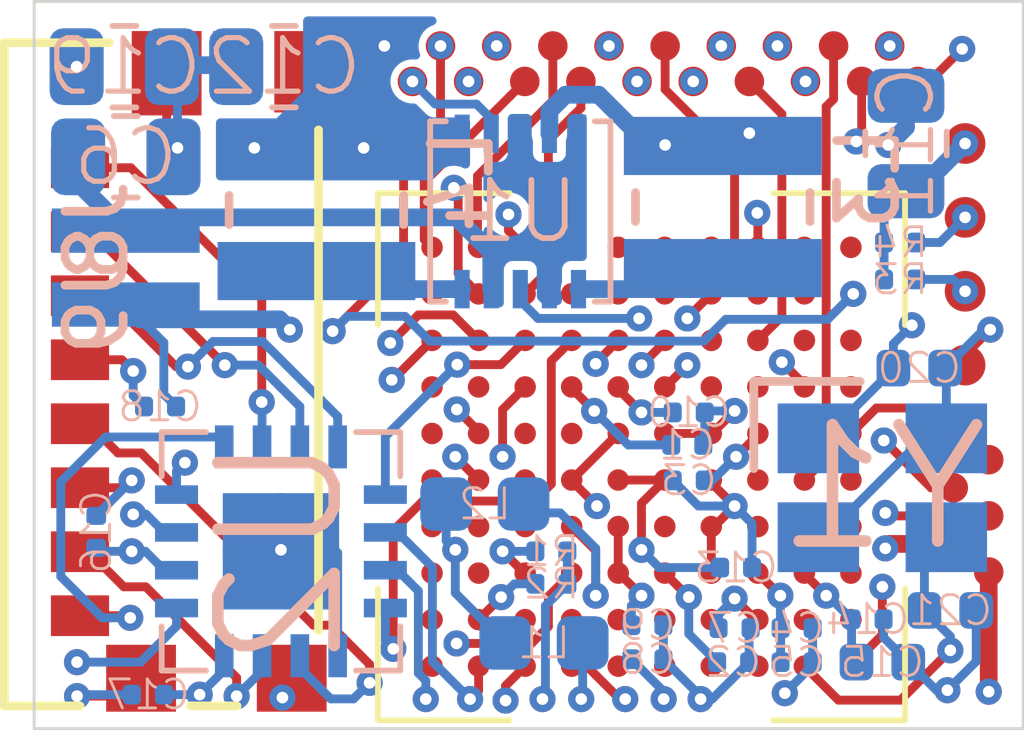
<source format=kicad_pcb>
(kicad_pcb (version 20171130) (host pcbnew "(5.1.0)-1")
  (layers (0 F.Cu signal) (1 In1.Cu signal) (2 In2.Cu signal) (3 In3.Cu signal) (4 In4.Cu signal) (31 B.Cu signal) (34 B.Paste user) (35 F.Paste user) (36 B.SilkS user hide) (37 F.SilkS user) (38 B.Mask user) (39 F.Mask user) (44 Edge.Cuts user))
  (net 0 "")
  (net 1 GND)
  (net 2 +1V8)
  (net 3 +1V2)
  (net 4 +BATT)
  (net 5 /VDDUTMIC)
  (net 6 /VDDPLL)
  (net 7 +3V3)
  (net 8 /XIN)
  (net 9 /XOUT)
  (net 10 "Net-(J1-PadG5)")
  (net 11 "Net-(J1-PadG4)")
  (net 12 "Net-(J1-PadP1)")
  (net 13 "Net-(J1-PadP2)")
  (net 14 "Net-(J1-PadP7)")
  (net 15 "Net-(J1-PadP3)")
  (net 16 "Net-(J1-PadP5)")
  (net 17 "Net-(J1-PadP8)")
  (net 18 /LED_ENT)
  (net 19 /SCL)
  (net 20 /SDA)
  (net 21 /SWDIO)
  (net 22 /SWDCLK)
  (net 23 "Net-(L3-Pad1)")
  (net 24 "Net-(L4-Pad1)")
  (net 25 /SDCLKA)
  (net 26 /SDCMDA)
  (net 27 /SD3)
  (net 28 /SD2)
  (net 29 /SD1)
  (net 30 /SD0)
  (net 31 /D6)
  (net 32 /D4)
  (net 33 "Net-(U3-PadK7)")
  (net 34 "Net-(U3-PadK6)")
  (net 35 "Net-(U3-PadK5)")
  (net 36 "Net-(U3-PadK4)")
  (net 37 /MISO)
  (net 38 "Net-(U3-PadK2)")
  (net 39 "Net-(U3-PadK1)")
  (net 40 "Net-(U3-PadJ10)")
  (net 41 /D3)
  (net 42 /D5)
  (net 43 "Net-(U3-PadJ7)")
  (net 44 "Net-(U3-PadJ6)")
  (net 45 "Net-(U3-PadJ5)")
  (net 46 /SCK)
  (net 47 "Net-(U3-PadJ2)")
  (net 48 /LV)
  (net 49 /D1)
  (net 50 /D2)
  (net 51 /FV)
  (net 52 /MOSI)
  (net 53 "Net-(U3-PadH4)")
  (net 54 /SS_N)
  (net 55 "Net-(U3-PadH2)")
  (net 56 /TRIGGER0)
  (net 57 "Net-(U3-PadG10)")
  (net 58 "Net-(U3-PadG9)")
  (net 59 /D7)
  (net 60 "Net-(U3-PadG4)")
  (net 61 "Net-(U3-PadG3)")
  (net 62 /MONITOR0)
  (net 63 "Net-(U3-PadG1)")
  (net 64 "Net-(U3-PadF10)")
  (net 65 /D0)
  (net 66 "Net-(U3-PadF7)")
  (net 67 "Net-(U3-PadF2)")
  (net 68 "Net-(U3-PadE10)")
  (net 69 "Net-(U3-PadE8)")
  (net 70 "Net-(U3-PadE3)")
  (net 71 /RESET_N)
  (net 72 "Net-(U3-PadE1)")
  (net 73 "Net-(U3-PadD10)")
  (net 74 "Net-(U3-PadD9)")
  (net 75 "Net-(U3-PadD8)")
  (net 76 "Net-(U3-PadD5)")
  (net 77 "Net-(U3-PadD3)")
  (net 78 /STATUS_LED)
  (net 79 "Net-(U3-PadD1)")
  (net 80 "Net-(U3-PadC10)")
  (net 81 "Net-(U3-PadC9)")
  (net 82 /IR_REV)
  (net 83 "Net-(U3-PadB10)")
  (net 84 "Net-(U3-PadB8)")
  (net 85 "Net-(U3-PadB7)")
  (net 86 "Net-(U3-PadB6)")
  (net 87 "Net-(U3-PadB5)")
  (net 88 "Net-(U3-PadB4)")
  (net 89 "Net-(U3-PadB2)")
  (net 90 "Net-(U3-PadB1)")
  (net 91 "Net-(U3-PadA10)")
  (net 92 "Net-(U3-PadA6)")
  (net 93 "Net-(U3-PadA5)")
  (net 94 "Net-(U3-PadA4)")
  (net 95 "Net-(U3-PadA3)")
  (net 96 /PXL_CLK)
  (net 97 "Net-(U3-PadF8)")
  (module .Inductor:L_0603_1608Metric_L (layer B.Cu) (at 109.763 96.5268)
    (fp_text reference L1)
    (fp_text value BLM18PG471SN1D hide)
    (fp_text user %R (at 0 0) (layer B.SilkS) (effects (font (size 0.52 0.52) (thickness 0.05)) (justify mirror)))
    (pad 2 smd roundrect (at 0.665 0) (size 0.89 0.92) (layers B.Cu B.Paste B.Mask) (net 5 /VDDUTMIC))
    (pad 1 smd roundrect (at -0.665 0) (size 0.89 0.92) (layers B.Cu B.Paste B.Mask) (net 3 +1V2))
  )
  (module .Package_BGA:BGA_100_CP80_10X10_900X900X110B40L (layer F.Cu) (at 111.4394 93.3264 180)
    (fp_text reference U3)
    (fp_text value ATSAME70N21A-CN hide)
    (pad K10 smd circle (at 3.6 3.6 180) (size 0.37 0.37) (layers F.Cu F.Paste F.Mask) (net 31 /D6))
    (pad K9 smd circle (at 2.8 3.6 180) (size 0.37 0.37) (layers F.Cu F.Paste F.Mask) (net 32 /D4))
    (pad K8 smd circle (at 2 3.6 180) (size 0.37 0.37) (layers F.Cu F.Paste F.Mask) (net 28 /SD2))
    (pad K7 smd circle (at 1.2 3.6 180) (size 0.37 0.37) (layers F.Cu F.Paste F.Mask) (net 33 "Net-(U3-PadK7)"))
    (pad K6 smd circle (at 0.4 3.6 180) (size 0.37 0.37) (layers F.Cu F.Paste F.Mask) (net 34 "Net-(U3-PadK6)"))
    (pad K5 smd circle (at -0.4 3.6 180) (size 0.37 0.37) (layers F.Cu F.Paste F.Mask) (net 35 "Net-(U3-PadK5)"))
    (pad K4 smd circle (at -1.2 3.6 180) (size 0.37 0.37) (layers F.Cu F.Paste F.Mask) (net 36 "Net-(U3-PadK4)"))
    (pad K3 smd circle (at -2 3.6 180) (size 0.37 0.37) (layers F.Cu F.Paste F.Mask) (net 37 /MISO))
    (pad K2 smd circle (at -2.8 3.6 180) (size 0.37 0.37) (layers F.Cu F.Paste F.Mask) (net 38 "Net-(U3-PadK2)"))
    (pad K1 smd circle (at -3.6 3.6 180) (size 0.37 0.37) (layers F.Cu F.Paste F.Mask) (net 39 "Net-(U3-PadK1)"))
    (pad J10 smd circle (at 3.6 2.8 180) (size 0.37 0.37) (layers F.Cu F.Paste F.Mask) (net 40 "Net-(U3-PadJ10)"))
    (pad J9 smd circle (at 2.8 2.8 180) (size 0.37 0.37) (layers F.Cu F.Paste F.Mask) (net 41 /D3))
    (pad J8 smd circle (at 2 2.8 180) (size 0.37 0.37) (layers F.Cu F.Paste F.Mask) (net 42 /D5))
    (pad J7 smd circle (at 1.2 2.8 180) (size 0.37 0.37) (layers F.Cu F.Paste F.Mask) (net 43 "Net-(U3-PadJ7)"))
    (pad J6 smd circle (at 0.4 2.8 180) (size 0.37 0.37) (layers F.Cu F.Paste F.Mask) (net 44 "Net-(U3-PadJ6)"))
    (pad J5 smd circle (at -0.4 2.8 180) (size 0.37 0.37) (layers F.Cu F.Paste F.Mask) (net 45 "Net-(U3-PadJ5)"))
    (pad J4 smd circle (at -1.2 2.8 180) (size 0.37 0.37) (layers F.Cu F.Paste F.Mask) (net 46 /SCK))
    (pad J3 smd circle (at -2 2.8 180) (size 0.37 0.37) (layers F.Cu F.Paste F.Mask) (net 96 /PXL_CLK))
    (pad J2 smd circle (at -2.8 2.8 180) (size 0.37 0.37) (layers F.Cu F.Paste F.Mask) (net 47 "Net-(U3-PadJ2)"))
    (pad J1 smd circle (at -3.6 2.8 180) (size 0.37 0.37) (layers F.Cu F.Paste F.Mask) (net 48 /LV))
    (pad H10 smd circle (at 3.6 2 180) (size 0.37 0.37) (layers F.Cu F.Paste F.Mask) (net 49 /D1))
    (pad H9 smd circle (at 2.8 2 180) (size 0.37 0.37) (layers F.Cu F.Paste F.Mask) (net 50 /D2))
    (pad H8 smd circle (at 2 2 180) (size 0.37 0.37) (layers F.Cu F.Paste F.Mask) (net 27 /SD3))
    (pad H7 smd circle (at 1.2 2 180) (size 0.37 0.37) (layers F.Cu F.Paste F.Mask) (net 25 /SDCLKA))
    (pad H6 smd circle (at 0.4 2 180) (size 0.37 0.37) (layers F.Cu F.Paste F.Mask) (net 51 /FV))
    (pad H5 smd circle (at -0.4 2 180) (size 0.37 0.37) (layers F.Cu F.Paste F.Mask) (net 52 /MOSI))
    (pad H4 smd circle (at -1.2 2 180) (size 0.37 0.37) (layers F.Cu F.Paste F.Mask) (net 53 "Net-(U3-PadH4)"))
    (pad H3 smd circle (at -2 2 180) (size 0.37 0.37) (layers F.Cu F.Paste F.Mask) (net 54 /SS_N))
    (pad H2 smd circle (at -2.8 2 180) (size 0.37 0.37) (layers F.Cu F.Paste F.Mask) (net 55 "Net-(U3-PadH2)"))
    (pad H1 smd circle (at -3.6 2 180) (size 0.37 0.37) (layers F.Cu F.Paste F.Mask) (net 56 /TRIGGER0))
    (pad G10 smd circle (at 3.6 1.2 180) (size 0.37 0.37) (layers F.Cu F.Paste F.Mask) (net 57 "Net-(U3-PadG10)"))
    (pad G9 smd circle (at 2.8 1.2 180) (size 0.37 0.37) (layers F.Cu F.Paste F.Mask) (net 58 "Net-(U3-PadG9)"))
    (pad G8 smd circle (at 2 1.2 180) (size 0.37 0.37) (layers F.Cu F.Paste F.Mask) (net 21 /SWDIO))
    (pad G7 smd circle (at 1.2 1.2 180) (size 0.37 0.37) (layers F.Cu F.Paste F.Mask) (net 2 +1V8))
    (pad G6 smd circle (at 0.4 1.2 180) (size 0.37 0.37) (layers F.Cu F.Paste F.Mask) (net 3 +1V2))
    (pad G5 smd circle (at -0.4 1.2 180) (size 0.37 0.37) (layers F.Cu F.Paste F.Mask) (net 59 /D7))
    (pad G4 smd circle (at -1.2 1.2 180) (size 0.37 0.37) (layers F.Cu F.Paste F.Mask) (net 60 "Net-(U3-PadG4)"))
    (pad G3 smd circle (at -2 1.2 180) (size 0.37 0.37) (layers F.Cu F.Paste F.Mask) (net 61 "Net-(U3-PadG3)"))
    (pad G2 smd circle (at -2.8 1.2 180) (size 0.37 0.37) (layers F.Cu F.Paste F.Mask) (net 62 /MONITOR0))
    (pad G1 smd circle (at -3.6 1.2 180) (size 0.37 0.37) (layers F.Cu F.Paste F.Mask) (net 63 "Net-(U3-PadG1)"))
    (pad F10 smd circle (at 3.6 0.4 180) (size 0.37 0.37) (layers F.Cu F.Paste F.Mask) (net 64 "Net-(U3-PadF10)"))
    (pad F9 smd circle (at 2.8 0.4 180) (size 0.37 0.37) (layers F.Cu F.Paste F.Mask) (net 65 /D0))
    (pad F8 smd circle (at 2 0.4 180) (size 0.37 0.37) (layers F.Cu F.Paste F.Mask) (net 97 "Net-(U3-PadF8)"))
    (pad F7 smd circle (at 1.2 0.4 180) (size 0.37 0.37) (layers F.Cu F.Paste F.Mask) (net 66 "Net-(U3-PadF7)"))
    (pad F6 smd circle (at 0.4 0.4 180) (size 0.37 0.37) (layers F.Cu F.Paste F.Mask) (net 1 GND))
    (pad F5 smd circle (at -0.4 0.4 180) (size 0.37 0.37) (layers F.Cu F.Paste F.Mask) (net 1 GND))
    (pad F4 smd circle (at -1.2 0.4 180) (size 0.37 0.37) (layers F.Cu F.Paste F.Mask) (net 1 GND))
    (pad F3 smd circle (at -2 0.4 180) (size 0.37 0.37) (layers F.Cu F.Paste F.Mask) (net 2 +1V8))
    (pad F2 smd circle (at -2.8 0.4 180) (size 0.37 0.37) (layers F.Cu F.Paste F.Mask) (net 67 "Net-(U3-PadF2)"))
    (pad F1 smd circle (at -3.6 0.4 180) (size 0.37 0.37) (layers F.Cu F.Paste F.Mask) (net 18 /LED_ENT))
    (pad E10 smd circle (at 3.6 -0.4 180) (size 0.37 0.37) (layers F.Cu F.Paste F.Mask) (net 68 "Net-(U3-PadE10)"))
    (pad E9 smd circle (at 2.8 -0.4 180) (size 0.37 0.37) (layers F.Cu F.Paste F.Mask) (net 22 /SWDCLK))
    (pad E8 smd circle (at 2 -0.4 180) (size 0.37 0.37) (layers F.Cu F.Paste F.Mask) (net 69 "Net-(U3-PadE8)"))
    (pad E7 smd circle (at 1.2 -0.4 180) (size 0.37 0.37) (layers F.Cu F.Paste F.Mask) (net 1 GND))
    (pad E6 smd circle (at 0.4 -0.4 180) (size 0.37 0.37) (layers F.Cu F.Paste F.Mask) (net 2 +1V8))
    (pad E5 smd circle (at -0.4 -0.4 180) (size 0.37 0.37) (layers F.Cu F.Paste F.Mask) (net 2 +1V8))
    (pad E4 smd circle (at -1.2 -0.4 180) (size 0.37 0.37) (layers F.Cu F.Paste F.Mask) (net 1 GND))
    (pad E3 smd circle (at -2 -0.4 180) (size 0.37 0.37) (layers F.Cu F.Paste F.Mask) (net 70 "Net-(U3-PadE3)"))
    (pad E2 smd circle (at -2.8 -0.4 180) (size 0.37 0.37) (layers F.Cu F.Paste F.Mask) (net 71 /RESET_N))
    (pad E1 smd circle (at -3.6 -0.4 180) (size 0.37 0.37) (layers F.Cu F.Paste F.Mask) (net 72 "Net-(U3-PadE1)"))
    (pad D10 smd circle (at 3.6 -1.2 180) (size 0.37 0.37) (layers F.Cu F.Paste F.Mask) (net 73 "Net-(U3-PadD10)"))
    (pad D9 smd circle (at 2.8 -1.2 180) (size 0.37 0.37) (layers F.Cu F.Paste F.Mask) (net 74 "Net-(U3-PadD9)"))
    (pad D8 smd circle (at 2 -1.2 180) (size 0.37 0.37) (layers F.Cu F.Paste F.Mask) (net 75 "Net-(U3-PadD8)"))
    (pad D7 smd circle (at 1.2 -1.2 180) (size 0.37 0.37) (layers F.Cu F.Paste F.Mask) (net 6 /VDDPLL))
    (pad D6 smd circle (at 0.4 -1.2 180) (size 0.37 0.37) (layers F.Cu F.Paste F.Mask) (net 3 +1V2))
    (pad D5 smd circle (at -0.4 -1.2 180) (size 0.37 0.37) (layers F.Cu F.Paste F.Mask) (net 76 "Net-(U3-PadD5)"))
    (pad D4 smd circle (at -1.2 -1.2 180) (size 0.37 0.37) (layers F.Cu F.Paste F.Mask) (net 1 GND))
    (pad D3 smd circle (at -2 -1.2 180) (size 0.37 0.37) (layers F.Cu F.Paste F.Mask) (net 77 "Net-(U3-PadD3)"))
    (pad D2 smd circle (at -2.8 -1.2 180) (size 0.37 0.37) (layers F.Cu F.Paste F.Mask) (net 78 /STATUS_LED))
    (pad D1 smd circle (at -3.6 -1.2 180) (size 0.37 0.37) (layers F.Cu F.Paste F.Mask) (net 79 "Net-(U3-PadD1)"))
    (pad C10 smd circle (at 3.6 -2 180) (size 0.37 0.37) (layers F.Cu F.Paste F.Mask) (net 80 "Net-(U3-PadC10)"))
    (pad C9 smd circle (at 2.8 -2 180) (size 0.37 0.37) (layers F.Cu F.Paste F.Mask) (net 81 "Net-(U3-PadC9)"))
    (pad C8 smd circle (at 2 -2 180) (size 0.37 0.37) (layers F.Cu F.Paste F.Mask) (net 19 /SCL))
    (pad C7 smd circle (at 1.2 -2 180) (size 0.37 0.37) (layers F.Cu F.Paste F.Mask) (net 30 /SD0))
    (pad C6 smd circle (at 0.4 -2 180) (size 0.37 0.37) (layers F.Cu F.Paste F.Mask) (net 3 +1V2))
    (pad C5 smd circle (at -0.4 -2 180) (size 0.37 0.37) (layers F.Cu F.Paste F.Mask) (net 2 +1V8))
    (pad C4 smd circle (at -1.2 -2 180) (size 0.37 0.37) (layers F.Cu F.Paste F.Mask) (net 1 GND))
    (pad C3 smd circle (at -2 -2 180) (size 0.37 0.37) (layers F.Cu F.Paste F.Mask) (net 3 +1V2))
    (pad C2 smd circle (at -2.8 -2 180) (size 0.37 0.37) (layers F.Cu F.Paste F.Mask) (net 2 +1V8))
    (pad C1 smd circle (at -3.6 -2 180) (size 0.37 0.37) (layers F.Cu F.Paste F.Mask) (net 82 /IR_REV))
    (pad B10 smd circle (at 3.6 -2.8 180) (size 0.37 0.37) (layers F.Cu F.Paste F.Mask) (net 83 "Net-(U3-PadB10)"))
    (pad B9 smd circle (at 2.8 -2.8 180) (size 0.37 0.37) (layers F.Cu F.Paste F.Mask) (net 20 /SDA))
    (pad B8 smd circle (at 2 -2.8 180) (size 0.37 0.37) (layers F.Cu F.Paste F.Mask) (net 84 "Net-(U3-PadB8)"))
    (pad B7 smd circle (at 1.2 -2.8 180) (size 0.37 0.37) (layers F.Cu F.Paste F.Mask) (net 85 "Net-(U3-PadB7)"))
    (pad B6 smd circle (at 0.4 -2.8 180) (size 0.37 0.37) (layers F.Cu F.Paste F.Mask) (net 86 "Net-(U3-PadB6)"))
    (pad B5 smd circle (at -0.4 -2.8 180) (size 0.37 0.37) (layers F.Cu F.Paste F.Mask) (net 87 "Net-(U3-PadB5)"))
    (pad B4 smd circle (at -1.2 -2.8 180) (size 0.37 0.37) (layers F.Cu F.Paste F.Mask) (net 88 "Net-(U3-PadB4)"))
    (pad B3 smd circle (at -2 -2.8 180) (size 0.37 0.37) (layers F.Cu F.Paste F.Mask) (net 5 /VDDUTMIC))
    (pad B2 smd circle (at -2.8 -2.8 180) (size 0.37 0.37) (layers F.Cu F.Paste F.Mask) (net 89 "Net-(U3-PadB2)"))
    (pad B1 smd circle (at -3.6 -2.8 180) (size 0.37 0.37) (layers F.Cu F.Paste F.Mask) (net 90 "Net-(U3-PadB1)"))
    (pad A10 smd circle (at 3.6 -3.6 180) (size 0.37 0.37) (layers F.Cu F.Paste F.Mask) (net 91 "Net-(U3-PadA10)"))
    (pad A9 smd circle (at 2.8 -3.6 180) (size 0.37 0.37) (layers F.Cu F.Paste F.Mask) (net 26 /SDCMDA))
    (pad A8 smd circle (at 2 -3.6 180) (size 0.37 0.37) (layers F.Cu F.Paste F.Mask) (net 1 GND))
    (pad A7 smd circle (at 1.2 -3.6 180) (size 0.37 0.37) (layers F.Cu F.Paste F.Mask) (net 29 /SD1))
    (pad A6 smd circle (at 0.4 -3.6 180) (size 0.37 0.37) (layers F.Cu F.Paste F.Mask) (net 92 "Net-(U3-PadA6)"))
    (pad A5 smd circle (at -0.4 -3.6 180) (size 0.37 0.37) (layers F.Cu F.Paste F.Mask) (net 93 "Net-(U3-PadA5)"))
    (pad A4 smd circle (at -1.2 -3.6 180) (size 0.37 0.37) (layers F.Cu F.Paste F.Mask) (net 94 "Net-(U3-PadA4)"))
    (pad A3 smd circle (at -2 -3.6 180) (size 0.37 0.37) (layers F.Cu F.Paste F.Mask) (net 95 "Net-(U3-PadA3)"))
    (pad A2 smd circle (at -2.8 -3.6 180) (size 0.37 0.37) (layers F.Cu F.Paste F.Mask) (net 9 /XOUT))
    (pad A1 smd circle (at -3.6 -3.6 180) (size 0.37 0.37) (layers F.Cu F.Paste F.Mask) (net 8 /XIN))
  )
  (module .Resistor:R_0201_0603Metric_ERJ_L (layer B.Cu) (at 115.8844 89.6434)
    (fp_text reference R4)
    (fp_text value 100K hide)
    (fp_text user %R (at 0 0) (layer B.SilkS) (effects (font (size 0.5 0.5) (thickness 0.05)) (justify mirror)))
    (pad 2 smd roundrect (at 0.275 0) (size 0.31 0.34) (layers B.Cu B.Paste B.Mask) (net 21 /SWDIO))
    (pad 1 smd roundrect (at -0.275 0) (size 0.31 0.34) (layers B.Cu B.Paste B.Mask) (net 2 +1V8))
  )
  (module .Resistor:R_0201_0603Metric_ERJ_L (layer B.Cu) (at 115.8844 90.2784)
    (fp_text reference R3)
    (fp_text value 100K hide)
    (fp_text user %R (at 0 0) (layer B.SilkS) (effects (font (size 0.5 0.5) (thickness 0.05)) (justify mirror)))
    (pad 2 smd roundrect (at 0.275 0) (size 0.31 0.34) (layers B.Cu B.Paste B.Mask) (net 22 /SWDCLK))
    (pad 1 smd roundrect (at -0.275 0) (size 0.31 0.34) (layers B.Cu B.Paste B.Mask) (net 2 +1V8))
  )
  (module .Resistor:R_0201_0603Metric_ERJ_L (layer B.Cu) (at 109.89 95.5108 180)
    (fp_text reference R2)
    (fp_text value 10K hide)
    (fp_text user %R (at 0 0 180) (layer B.SilkS) (effects (font (size 0.5 0.5) (thickness 0.05)) (justify mirror)))
    (pad 2 smd roundrect (at 0.275 0 180) (size 0.31 0.34) (layers B.Cu B.Paste B.Mask) (net 20 /SDA))
    (pad 1 smd roundrect (at -0.275 0 180) (size 0.31 0.34) (layers B.Cu B.Paste B.Mask) (net 2 +1V8))
  )
  (module .Resistor:R_0201_0603Metric_ERJ_L (layer B.Cu) (at 109.89 94.952 180)
    (fp_text reference R1)
    (fp_text value 10K hide)
    (fp_text user %R (at 0 0 180) (layer B.SilkS) (effects (font (size 0.5 0.5) (thickness 0.05)) (justify mirror)))
    (pad 2 smd roundrect (at 0.275 0 180) (size 0.31 0.34) (layers B.Cu B.Paste B.Mask) (net 19 /SCL))
    (pad 1 smd roundrect (at -0.275 0 180) (size 0.31 0.34) (layers B.Cu B.Paste B.Mask) (net 2 +1V8))
  )
  (module .Oscillator:OSCCC320X250X100L80X100 (layer B.Cu) (at 115.5796 93.8598)
    (fp_text reference Y1)
    (fp_text value ABM8G-12.000MHZ-4Y-T3 hide)
    (fp_text user %R (at 0 0) (layer B.SilkS) (effects (font (size 2 2) (thickness 0.2)) (justify mirror)))
    (pad 4 smd rect (at -1.1 0.85 270) (size 1.2 1.4) (layers B.Cu B.Paste B.Mask) (net 1 GND))
    (pad 3 smd rect (at 1.1 0.85 270) (size 1.2 1.4) (layers B.Cu B.Paste B.Mask) (net 9 /XOUT))
    (pad 2 smd rect (at 1.1 -0.85 270) (size 1.2 1.4) (layers B.Cu B.Paste B.Mask) (net 1 GND))
    (pad 1 smd rect (at -1.1 -0.85 270) (size 1.2 1.4) (layers B.Cu B.Paste B.Mask) (net 8 /XIN))
  )
  (module .Package_QFN:QFN_17_P65_400X400X80L50X30T210L (layer B.Cu) (at 105.2418 94.952 90)
    (fp_text reference U2)
    (fp_text value MAX13030EETE+ hide)
    (fp_text user %R (at 0 0 90) (layer B.SilkS) (effects (font (size 2 2) (thickness 0.2)) (justify mirror)))
    (pad 17 smd rect (at -0.475 0.475 90) (size 1.05 1.05) (layers B.Cu B.Paste B.Mask) (net 1 GND))
    (pad 17 smd rect (at -0.475 -0.475 90) (size 1.05 1.05) (layers B.Cu B.Paste B.Mask) (net 1 GND))
    (pad 17 smd rect (at 0.475 0.475 90) (size 1.05 1.05) (layers B.Cu B.Paste B.Mask) (net 1 GND))
    (pad 17 smd rect (at 0.475 -0.475 90) (size 1.05 1.05) (layers B.Cu B.Paste B.Mask) (net 1 GND))
    (pad 16 smd rect (at -1.795 -0.975 90) (size 0.74 0.32) (layers B.Cu B.Paste B.Mask) (net 7 +3V3))
    (pad 15 smd rect (at -1.795 -0.325 90) (size 0.74 0.32) (layers B.Cu B.Paste B.Mask) (net 14 "Net-(J1-PadP7)"))
    (pad 14 smd rect (at -1.795 0.325 90) (size 0.74 0.32) (layers B.Cu B.Paste B.Mask) (net 16 "Net-(J1-PadP5)"))
    (pad 13 smd rect (at -1.795 0.975 90) (size 0.74 0.32) (layers B.Cu B.Paste B.Mask) (net 1 GND))
    (pad 12 smd rect (at -0.975 1.795) (size 0.74 0.32) (layers B.Cu B.Paste B.Mask) (net 25 /SDCLKA))
    (pad 11 smd rect (at -0.325 1.795) (size 0.74 0.32) (layers B.Cu B.Paste B.Mask) (net 2 +1V8))
    (pad 10 smd rect (at 0.325 1.795) (size 0.74 0.32) (layers B.Cu B.Paste B.Mask) (net 26 /SDCMDA))
    (pad 9 smd rect (at 0.975 1.795) (size 0.74 0.32) (layers B.Cu B.Paste B.Mask) (net 27 /SD3))
    (pad 8 smd rect (at 1.795 0.975 90) (size 0.74 0.32) (layers B.Cu B.Paste B.Mask) (net 15 "Net-(J1-PadP3)"))
    (pad 7 smd rect (at 1.795 0.325 90) (size 0.74 0.32) (layers B.Cu B.Paste B.Mask) (net 13 "Net-(J1-PadP2)"))
    (pad 6 smd rect (at 1.795 -0.325 90) (size 0.74 0.32) (layers B.Cu B.Paste B.Mask) (net 12 "Net-(J1-PadP1)"))
    (pad 5 smd rect (at 1.795 -0.975 90) (size 0.74 0.32) (layers B.Cu B.Paste B.Mask) (net 17 "Net-(J1-PadP8)"))
    (pad 4 smd rect (at 0.975 -1.795) (size 0.74 0.32) (layers B.Cu B.Paste B.Mask) (net 28 /SD2))
    (pad 3 smd rect (at 0.325 -1.795) (size 0.74 0.32) (layers B.Cu B.Paste B.Mask) (net 29 /SD1))
    (pad 2 smd rect (at -0.325 -1.795) (size 0.74 0.32) (layers B.Cu B.Paste B.Mask) (net 2 +1V8))
    (pad 1 smd rect (at -0.975 -1.795) (size 0.74 0.32) (layers B.Cu B.Paste B.Mask) (net 30 /SD0))
  )
  (module .Package_SON:SON_10_P50_300X300X100L40X24L (layer B.Cu) (at 109.3566 89.11)
    (fp_text reference U1 (at 0 0) (layer B.SilkS) (effects (font (thickness 0.1)) (justify mirror)))
    (fp_text value TPS62402-Q1 hide)
    (pad 10 smd rect (at -1 1.335 270) (size 0.66 0.26) (layers B.Cu B.Paste B.Mask) (net 24 "Net-(L4-Pad1)"))
    (pad 9 smd rect (at -0.5 1.335 270) (size 0.66 0.26) (layers B.Cu B.Paste B.Mask) (net 4 +BATT))
    (pad 8 smd rect (at 0 1.335 270) (size 0.66 0.26) (layers B.Cu B.Paste B.Mask) (net 1 GND))
    (pad 7 smd rect (at 0.5 1.335 270) (size 0.66 0.26) (layers B.Cu B.Paste B.Mask) (net 4 +BATT))
    (pad 6 smd rect (at 1 1.335 270) (size 0.66 0.26) (layers B.Cu B.Paste B.Mask) (net 23 "Net-(L3-Pad1)"))
    (pad 5 smd rect (at 1 -1.335 270) (size 0.66 0.26) (layers B.Cu B.Paste B.Mask) (net 4 +BATT))
    (pad 4 smd rect (at 0.5 -1.335 270) (size 0.66 0.26) (layers B.Cu B.Paste B.Mask) (net 2 +1V8))
    (pad 3 smd rect (at 0 -1.335 270) (size 0.66 0.26) (layers B.Cu B.Paste B.Mask) (net 4 +BATT))
    (pad 2 smd rect (at -0.5 -1.335 270) (size 0.66 0.26) (layers B.Cu B.Paste B.Mask) (net 1 GND))
    (pad 1 smd rect (at -1 -1.335 270) (size 0.66 0.26) (layers B.Cu B.Paste B.Mask) (net 7 +3V3))
  )
  (module .Inductor:VLS3012HBX-2R2M (layer B.Cu) (at 105.8514 89.0846 90)
    (fp_text reference L4 (at 0.5 2.5 90) (layer B.SilkS) (effects (justify mirror)))
    (fp_text value VLS3012HBX-2R2M hide)
    (pad 2 smd rect (at 1.05 0 90) (size 1 3.4) (layers B.Cu B.Paste B.Mask) (net 7 +3V3))
    (pad 1 smd rect (at -1.05 0 90) (size 1 3.4) (layers B.Cu B.Paste B.Mask) (net 24 "Net-(L4-Pad1)"))
  )
  (module .Inductor:VLS3012HBX-2R2M (layer B.Cu) (at 112.8364 89.0338 90)
    (fp_text reference L3 (at 0.5 2.5 90) (layer B.SilkS) (effects (justify mirror)))
    (fp_text value VLS3012HBX-2R2M hide)
    (pad 2 smd rect (at 1.05 0 90) (size 1 3.4) (layers B.Cu B.Paste B.Mask) (net 2 +1V8))
    (pad 1 smd rect (at -1.05 0 90) (size 1 3.4) (layers B.Cu B.Paste B.Mask) (net 23 "Net-(L3-Pad1)"))
  )
  (module .Inductor:L_0603_1608Metric_L (layer B.Cu) (at 108.747 94.1392)
    (fp_text reference L2)
    (fp_text value BLM18PG471SN1D hide)
    (fp_text user %R (at 0 0) (layer B.SilkS) (effects (font (size 0.52 0.52) (thickness 0.05)) (justify mirror)))
    (pad 2 smd roundrect (at 0.665 0) (size 0.89 0.92) (layers B.Cu B.Paste B.Mask) (net 6 /VDDPLL))
    (pad 1 smd roundrect (at -0.665 0) (size 0.89 0.92) (layers B.Cu B.Paste B.Mask) (net 3 +1V2))
  )
  (module .Connector:B2B_Flex_20_Dual_Row_38milx24mil_Pad_20mil (layer F.Cu) (at 107.0198 86.2652)
    (fp_text reference J10)
    (fp_text value Conn_01x20 hide)
    (pad 20 smd circle (at 9.16939 0.6096) (size 0.508 0.508) (layers F.Cu F.Paste F.Mask) (net 52 /MOSI))
    (pad 19 smd circle (at 8.686791 0) (size 0.508 0.508) (layers F.Cu F.Paste F.Mask) (net 37 /MISO))
    (pad 18 smd circle (at 8.204191 0.6096) (size 0.508 0.508) (layers F.Cu F.Paste F.Mask) (net 62 /MONITOR0))
    (pad 17 smd circle (at 7.721592 0) (size 0.508 0.508) (layers F.Cu F.Paste F.Mask) (net 71 /RESET_N))
    (pad 16 smd circle (at 7.238992 0.6096) (size 0.508 0.508) (layers F.Cu F.Paste F.Mask) (net 46 /SCK))
    (pad 15 smd circle (at 6.756393 0) (size 0.508 0.508) (layers F.Cu F.Paste F.Mask) (net 2 +1V8))
    (pad 14 smd circle (at 6.273793 0.6096) (size 0.508 0.508) (layers F.Cu F.Paste F.Mask) (net 54 /SS_N))
    (pad 13 smd circle (at 5.791194 0) (size 0.508 0.508) (layers F.Cu F.Paste F.Mask) (net 65 /D0))
    (pad 12 smd circle (at 5.308594 0.6096) (size 0.508 0.508) (layers F.Cu F.Paste F.Mask) (net 49 /D1))
    (pad 11 smd circle (at 4.825995 0) (size 0.508 0.508) (layers F.Cu F.Paste F.Mask) (net 96 /PXL_CLK))
    (pad 10 smd circle (at 4.343395 0.6096) (size 0.508 0.508) (layers F.Cu F.Paste F.Mask) (net 50 /D2))
    (pad 9 smd circle (at 3.860796 0) (size 0.508 0.508) (layers F.Cu F.Paste F.Mask) (net 41 /D3))
    (pad 8 smd circle (at 3.378196 0.6096) (size 0.508 0.508) (layers F.Cu F.Paste F.Mask) (net 42 /D5))
    (pad 7 smd circle (at 2.895597 0) (size 0.508 0.508) (layers F.Cu F.Paste F.Mask) (net 32 /D4))
    (pad 6 smd circle (at 2.412997 0.6096) (size 0.508 0.508) (layers F.Cu F.Paste F.Mask) (net 31 /D6))
    (pad 5 smd circle (at 1.930398 0) (size 0.508 0.508) (layers F.Cu F.Paste F.Mask) (net 59 /D7))
    (pad 4 smd circle (at 1.447798 0.6096) (size 0.508 0.508) (layers F.Cu F.Paste F.Mask) (net 51 /FV))
    (pad 3 smd circle (at 0.965199 0) (size 0.508 0.508) (layers F.Cu F.Paste F.Mask) (net 48 /LV))
    (pad 2 smd circle (at 0.482599 0.6096) (size 0.508 0.508) (layers F.Cu F.Paste F.Mask) (net 1 GND))
    (pad 1 smd circle (at 0 0) (size 0.508 0.508) (layers F.Cu F.Paste F.Mask) (net 7 +3V3))
  )
  (module .Connector:Conn_1x1_250x750_Pad (layer B.Cu) (at 102.5748 90.7102 90)
    (fp_text reference J9 (at 0 -0.5 90) (layer B.SilkS) (effects (justify mirror)))
    (fp_text value Conn_01x01 hide)
    (pad 1 smd rect (at 0 0 90) (size 0.762 2.54) (layers B.Cu B.Paste B.Mask) (net 1 GND))
  )
  (module .Connector:Conn_1x1_250x750_Pad (layer B.Cu) (at 102.5748 89.4402 90)
    (fp_text reference J8 (at 0 -0.5 90) (layer B.SilkS) (effects (justify mirror)))
    (fp_text value Conn_01x01 hide)
    (pad 1 smd rect (at 0 0 90) (size 0.762 2.54) (layers B.Cu B.Paste B.Mask) (net 4 +BATT))
  )
  (module .Connector:Conn_1x1_700_Circular_Pad (layer F.Cu) (at 117.002 91.7516)
    (fp_text reference J6)
    (fp_text value Conn_01x01 hide)
    (pad 1 smd circle (at 0 0) (size 0.7 0.7) (layers F.Cu F.Paste F.Mask) (net 1 GND))
  )
  (module .Connector:Conn_1x1_700_Circular_Pad (layer F.Cu) (at 117.002 90.4816)
    (fp_text reference J5)
    (fp_text value Conn_01x01 hide)
    (pad 1 smd circle (at 0 0) (size 0.7 0.7) (layers F.Cu F.Paste F.Mask) (net 22 /SWDCLK))
  )
  (module .Connector:Conn_1x1_700_Circular_Pad (layer F.Cu) (at 117.002 89.2116)
    (fp_text reference J4)
    (fp_text value Conn_01x01 hide)
    (pad 1 smd circle (at 0 0) (size 0.7 0.7) (layers F.Cu F.Paste F.Mask) (net 21 /SWDIO))
  )
  (module .Connector:B2B_Flex_05_Dual_Row_38milx24mil_Pad_20mil_copy (layer F.Cu) (at 117.4084 93.3772 270)
    (fp_text reference J3)
    (fp_text value Conn_01x05 hide)
    (pad 1 smd circle (at 0 0 270) (size 0.508 0.508) (layers F.Cu F.Paste F.Mask) (net 18 /LED_ENT))
    (pad 2 smd circle (at 0.482599 0.6096 270) (size 0.508 0.508) (layers F.Cu F.Paste F.Mask) (net 19 /SCL))
    (pad 3 smd circle (at 0.965199 0 270) (size 0.508 0.508) (layers F.Cu F.Paste F.Mask) (net 20 /SDA))
    (pad 4 smd circle (at 1.447798 0.6096 270) (size 0.508 0.508) (layers F.Cu F.Paste F.Mask) (net 1 GND))
    (pad 5 smd circle (at 1.930398 0 270) (size 0.508 0.508) (layers F.Cu F.Paste F.Mask) (net 7 +3V3))
  )
  (module .Connector:Conn_1x1_700_Circular_Pad (layer F.Cu) (at 117.002 87.9416)
    (fp_text reference J2)
    (fp_text value Conn_01x01 hide)
    (pad 1 smd circle (at 0 0) (size 0.7 0.7) (layers F.Cu F.Paste F.Mask) (net 2 +1V8))
  )
  (module .Connector:0475710001 (layer F.Cu) (at 101.7874 92.2088 90)
    (fp_text reference J1)
    (fp_text value 0475710001 hide)
    (pad G5 smd rect (at 5.5 3.79 90) (size 1.4 0.9) (layers F.Cu F.Paste F.Mask) (net 10 "Net-(J1-PadG5)"))
    (pad G4 smd rect (at 5.7 2.64 90) (size 1 0.7) (layers F.Cu F.Paste F.Mask) (net 11 "Net-(J1-PadG4)"))
    (pad G3 smd rect (at 5.475 1.49 90) (size 1.45 1.2) (layers F.Cu F.Paste F.Mask) (net 1 GND))
    (pad P1 smd rect (at 3.85 0 90) (size 0.7 1) (layers F.Cu F.Paste F.Mask) (net 12 "Net-(J1-PadP1)"))
    (pad P2 smd rect (at 2.75 0 90) (size 0.7 1) (layers F.Cu F.Paste F.Mask) (net 13 "Net-(J1-PadP2)"))
    (pad P7 smd rect (at -2.75 0 90) (size 0.7 1) (layers F.Cu F.Paste F.Mask) (net 14 "Net-(J1-PadP7)"))
    (pad P6 smd rect (at -1.65 0 90) (size 0.7 1) (layers F.Cu F.Paste F.Mask) (net 1 GND))
    (pad P3 smd rect (at 1.65 0 90) (size 0.7 1) (layers F.Cu F.Paste F.Mask) (net 15 "Net-(J1-PadP3)"))
    (pad P4 smd rect (at 0.55 0 90) (size 0.7 1) (layers F.Cu F.Paste F.Mask) (net 7 +3V3))
    (pad P5 smd rect (at -0.55 0 90) (size 0.7 1) (layers F.Cu F.Paste F.Mask) (net 16 "Net-(J1-PadP5)"))
    (pad P8 smd rect (at -3.85 0 90) (size 0.7 1) (layers F.Cu F.Paste F.Mask) (net 17 "Net-(J1-PadP8)"))
    (pad G1 smd rect (at -4.925 1.05 90) (size 1.15 1.2) (layers F.Cu F.Paste F.Mask) (net 1 GND))
    (pad G2 smd rect (at -4.925 3.64 90) (size 1.15 1.2) (layers F.Cu F.Paste F.Mask) (net 1 GND))
  )
  (module .Capacitor:C_0402_1005Metric_L (layer B.Cu) (at 116.748 95.968 180)
    (fp_text reference C21)
    (fp_text value GRM1555C1H120JA01D hide)
    (fp_text user %R (at 0 0 180) (layer B.SilkS) (effects (font (size 0.5 0.5) (thickness 0.05)) (justify mirror)))
    (pad 2 smd roundrect (at 0.445 0 180) (size 0.58 0.63) (layers B.Cu B.Paste B.Mask) (net 9 /XOUT))
    (pad 1 smd roundrect (at -0.445 0 180) (size 0.58 0.63) (layers B.Cu B.Paste B.Mask) (net 1 GND))
  )
  (module .Capacitor:C_0402_1005Metric_L (layer B.Cu) (at 116.2146 91.8024 180)
    (fp_text reference C20)
    (fp_text value GRM1555C1H120JA01D hide)
    (fp_text user %R (at 0 0 180) (layer B.SilkS) (effects (font (size 0.5 0.5) (thickness 0.05)) (justify mirror)))
    (pad 2 smd roundrect (at 0.445 0 180) (size 0.58 0.63) (layers B.Cu B.Paste B.Mask) (net 8 /XIN))
    (pad 1 smd roundrect (at -0.445 0 180) (size 0.58 0.63) (layers B.Cu B.Paste B.Mask) (net 1 GND))
  )
  (module .Capacitor:C_0805_2012Metric_L (layer B.Cu) (at 102.5494 86.6208 180)
    (fp_text reference C19)
    (fp_text value 47uF hide)
    (fp_text user %R (at 0 0 180) (layer B.SilkS) (effects (font (size 0.92 0.92) (thickness 0.09)) (justify mirror)))
    (pad 2 smd roundrect (at 0.82 0 180) (size 0.93 1.32) (layers B.Cu B.Paste B.Mask) (net 7 +3V3))
    (pad 1 smd roundrect (at -0.82 0 180) (size 0.93 1.32) (layers B.Cu B.Paste B.Mask) (net 1 GND))
  )
  (module .Capacitor:C_0201_0603Metric_L (layer B.Cu) (at 103.1634 92.4628)
    (fp_text reference C18)
    (fp_text value GRM033R61A104ME15D hide)
    (fp_text user %R (at 0 0) (layer B.SilkS) (effects (font (size 0.5 0.5) (thickness 0.05)) (justify mirror)))
    (pad 2 smd roundrect (at 0.275 0) (size 0.31 0.34) (layers B.Cu B.Paste B.Mask) (net 1 GND))
    (pad 1 smd roundrect (at -0.275 0) (size 0.31 0.34) (layers B.Cu B.Paste B.Mask) (net 7 +3V3))
  )
  (module .Capacitor:C_0201_0603Metric_L (layer B.Cu) (at 102.9558 97.4158 180)
    (fp_text reference C17)
    (fp_text value GRM033R61A104ME15D hide)
    (fp_text user %R (at 0 0 180) (layer B.SilkS) (effects (font (size 0.5 0.5) (thickness 0.05)) (justify mirror)))
    (pad 2 smd roundrect (at 0.275 0 180) (size 0.31 0.34) (layers B.Cu B.Paste B.Mask) (net 1 GND))
    (pad 1 smd roundrect (at -0.275 0 180) (size 0.31 0.34) (layers B.Cu B.Paste B.Mask) (net 7 +3V3))
  )
  (module .Capacitor:C_0201_0603Metric_L (layer B.Cu) (at 102.0668 94.6174 90)
    (fp_text reference C16)
    (fp_text value GRM033R61A104ME15D hide)
    (fp_text user %R (at 0 0 90) (layer B.SilkS) (effects (font (size 0.5 0.5) (thickness 0.05)) (justify mirror)))
    (pad 2 smd roundrect (at 0.275 0 90) (size 0.31 0.34) (layers B.Cu B.Paste B.Mask) (net 1 GND))
    (pad 1 smd roundrect (at -0.275 0 90) (size 0.31 0.34) (layers B.Cu B.Paste B.Mask) (net 2 +1V8))
  )
  (module .Capacitor:C_0402_1005Metric_L (layer B.Cu) (at 115.5796 96.857)
    (fp_text reference C15)
    (fp_text value GRM155R60J475ME87D hide)
    (fp_text user %R (at 0 0) (layer B.SilkS) (effects (font (size 0.5 0.5) (thickness 0.05)) (justify mirror)))
    (pad 2 smd roundrect (at 0.445 0) (size 0.58 0.63) (layers B.Cu B.Paste B.Mask) (net 1 GND))
    (pad 1 smd roundrect (at -0.445 0) (size 0.58 0.63) (layers B.Cu B.Paste B.Mask) (net 2 +1V8))
  )
  (module .Capacitor:C_0201_0603Metric_L (layer B.Cu) (at 115.3256 96.1204)
    (fp_text reference C14)
    (fp_text value GRM033R61A104ME15D hide)
    (fp_text user %R (at 0 0) (layer B.SilkS) (effects (font (size 0.5 0.5) (thickness 0.05)) (justify mirror)))
    (pad 2 smd roundrect (at 0.275 0) (size 0.31 0.34) (layers B.Cu B.Paste B.Mask) (net 1 GND))
    (pad 1 smd roundrect (at -0.275 0) (size 0.31 0.34) (layers B.Cu B.Paste B.Mask) (net 2 +1V8))
  )
  (module .Capacitor:C_0201_0603Metric_L (layer B.Cu) (at 113.065 95.2314)
    (fp_text reference C13)
    (fp_text value GRM033R61A104ME15D hide)
    (fp_text user %R (at 0 0) (layer B.SilkS) (effects (font (size 0.5 0.5) (thickness 0.05)) (justify mirror)))
    (pad 2 smd roundrect (at 0.275 0) (size 0.31 0.34) (layers B.Cu B.Paste B.Mask) (net 1 GND))
    (pad 1 smd roundrect (at -0.275 0) (size 0.31 0.34) (layers B.Cu B.Paste B.Mask) (net 2 +1V8))
  )
  (module .Capacitor:C_0805_2012Metric_L (layer B.Cu) (at 105.2926 86.6208 180)
    (fp_text reference C12)
    (fp_text value GRM21BR61C226ME44L hide)
    (fp_text user %R (at 0 0 180) (layer B.SilkS) (effects (font (size 0.92 0.92) (thickness 0.09)) (justify mirror)))
    (pad 2 smd roundrect (at 0.82 0 180) (size 0.93 1.32) (layers B.Cu B.Paste B.Mask) (net 1 GND))
    (pad 1 smd roundrect (at -0.82 0 180) (size 0.93 1.32) (layers B.Cu B.Paste B.Mask) (net 7 +3V3))
  )
  (module .Capacitor:C_0805_2012Metric_L (layer B.Cu) (at 115.986 87.9416 90)
    (fp_text reference C11)
    (fp_text value GRM21BR61C226ME44L hide)
    (fp_text user %R (at 0 0 90) (layer B.SilkS) (effects (font (size 0.92 0.92) (thickness 0.09)) (justify mirror)))
    (pad 2 smd roundrect (at 0.82 0 90) (size 0.93 1.32) (layers B.Cu B.Paste B.Mask) (net 1 GND))
    (pad 1 smd roundrect (at -0.82 0 90) (size 0.93 1.32) (layers B.Cu B.Paste B.Mask) (net 2 +1V8))
  )
  (module .Capacitor:C_0201_0603Metric_L (layer B.Cu) (at 112.2522 92.5644)
    (fp_text reference C10)
    (fp_text value GRM033R61A104ME15D hide)
    (fp_text user %R (at 0 0) (layer B.SilkS) (effects (font (size 0.5 0.5) (thickness 0.05)) (justify mirror)))
    (pad 2 smd roundrect (at 0.275 0) (size 0.31 0.34) (layers B.Cu B.Paste B.Mask) (net 1 GND))
    (pad 1 smd roundrect (at -0.275 0) (size 0.31 0.34) (layers B.Cu B.Paste B.Mask) (net 3 +1V2))
  )
  (module .Capacitor:C_0201_0603Metric_L (layer B.Cu) (at 111.541 96.222)
    (fp_text reference C9)
    (fp_text value GRM033R61A104ME15D hide)
    (fp_text user %R (at 0 0) (layer B.SilkS) (effects (font (size 0.5 0.5) (thickness 0.05)) (justify mirror)))
    (pad 2 smd roundrect (at 0.275 0) (size 0.31 0.34) (layers B.Cu B.Paste B.Mask) (net 1 GND))
    (pad 1 smd roundrect (at -0.275 0) (size 0.31 0.34) (layers B.Cu B.Paste B.Mask) (net 3 +1V2))
  )
  (module .Capacitor:C_0201_0603Metric_L (layer B.Cu) (at 111.541 96.8062)
    (fp_text reference C8)
    (fp_text value GRM033R61A104ME15D hide)
    (fp_text user %R (at 0 0) (layer B.SilkS) (effects (font (size 0.5 0.5) (thickness 0.05)) (justify mirror)))
    (pad 2 smd roundrect (at 0.275 0) (size 0.31 0.34) (layers B.Cu B.Paste B.Mask) (net 1 GND))
    (pad 1 smd roundrect (at -0.275 0) (size 0.31 0.34) (layers B.Cu B.Paste B.Mask) (net 6 /VDDPLL))
  )
  (module .Capacitor:C_0201_0603Metric_L (layer B.Cu) (at 113.0396 96.2728)
    (fp_text reference C7)
    (fp_text value GRM033R61A104ME15D hide)
    (fp_text user %R (at 0 0) (layer B.SilkS) (effects (font (size 0.5 0.5) (thickness 0.05)) (justify mirror)))
    (pad 2 smd roundrect (at 0.275 0) (size 0.31 0.34) (layers B.Cu B.Paste B.Mask) (net 1 GND))
    (pad 1 smd roundrect (at -0.275 0) (size 0.31 0.34) (layers B.Cu B.Paste B.Mask) (net 5 /VDDUTMIC))
  )
  (module .Capacitor:C_0805_2012Metric_L (layer B.Cu) (at 102.5748 88.1702)
    (fp_text reference C6)
    (fp_text value GRM21BR61E106MA73L hide)
    (fp_text user %R (at 0 0) (layer B.SilkS) (effects (font (size 0.92 0.92) (thickness 0.09)) (justify mirror)))
    (pad 2 smd roundrect (at 0.82 0) (size 0.93 1.32) (layers B.Cu B.Paste B.Mask) (net 1 GND))
    (pad 1 smd roundrect (at -0.82 0) (size 0.93 1.32) (layers B.Cu B.Paste B.Mask) (net 4 +BATT))
  )
  (module .Capacitor:C_0201_0603Metric_L (layer B.Cu) (at 114.1064 96.857)
    (fp_text reference C5)
    (fp_text value GRM033R60J105MEA2D hide)
    (fp_text user %R (at 0 0) (layer B.SilkS) (effects (font (size 0.5 0.5) (thickness 0.05)) (justify mirror)))
    (pad 2 smd roundrect (at 0.275 0) (size 0.31 0.34) (layers B.Cu B.Paste B.Mask) (net 1 GND))
    (pad 1 smd roundrect (at -0.275 0) (size 0.31 0.34) (layers B.Cu B.Paste B.Mask) (net 3 +1V2))
  )
  (module .Capacitor:C_0201_0603Metric_L (layer B.Cu) (at 114.1064 96.2728)
    (fp_text reference C4)
    (fp_text value GRM033R61A104ME15D hide)
    (fp_text user %R (at 0 0) (layer B.SilkS) (effects (font (size 0.5 0.5) (thickness 0.05)) (justify mirror)))
    (pad 2 smd roundrect (at 0.275 0) (size 0.31 0.34) (layers B.Cu B.Paste B.Mask) (net 1 GND))
    (pad 1 smd roundrect (at -0.275 0) (size 0.31 0.34) (layers B.Cu B.Paste B.Mask) (net 3 +1V2))
  )
  (module .Capacitor:C_0201_0603Metric_L (layer B.Cu) (at 112.2522 93.7328 180)
    (fp_text reference C3)
    (fp_text value GRM033R61A104ME15D hide)
    (fp_text user %R (at 0 0 180) (layer B.SilkS) (effects (font (size 0.5 0.5) (thickness 0.05)) (justify mirror)))
    (pad 2 smd roundrect (at 0.275 0 180) (size 0.31 0.34) (layers B.Cu B.Paste B.Mask) (net 1 GND))
    (pad 1 smd roundrect (at -0.275 0 180) (size 0.31 0.34) (layers B.Cu B.Paste B.Mask) (net 2 +1V8))
  )
  (module .Capacitor:C_0201_0603Metric_L (layer B.Cu) (at 113.0142 96.857)
    (fp_text reference C2)
    (fp_text value GRM033R61A104ME15D hide)
    (fp_text user %R (at 0 0) (layer B.SilkS) (effects (font (size 0.5 0.5) (thickness 0.05)) (justify mirror)))
    (pad 2 smd roundrect (at 0.275 0) (size 0.31 0.34) (layers B.Cu B.Paste B.Mask) (net 1 GND))
    (pad 1 smd roundrect (at -0.275 0) (size 0.31 0.34) (layers B.Cu B.Paste B.Mask) (net 2 +1V8))
  )
  (module .Capacitor:C_0201_0603Metric_L (layer B.Cu) (at 112.2268 93.1232)
    (fp_text reference C1)
    (fp_text value GRM033R61A104ME15D hide)
    (fp_text user %R (at 0 0) (layer B.SilkS) (effects (font (size 0.5 0.5) (thickness 0.05)) (justify mirror)))
    (pad 2 smd roundrect (at 0.275 0) (size 0.31 0.34) (layers B.Cu B.Paste B.Mask) (net 1 GND))
    (pad 1 smd roundrect (at -0.275 0) (size 0.31 0.34) (layers B.Cu B.Paste B.Mask) (net 2 +1V8))
  )
  (gr_line (start 118 98) (end 101 98) (layer Edge.Cuts) (width 0.05))
  (gr_line (start 118 85.5) (end 118 98) (layer Edge.Cuts) (width 0.05))
  (gr_line (start 101 85.5) (end 118 85.5) (layer Edge.Cuts) (width 0.05))
  (gr_line (start 101 98) (end 101 85.5) (layer Edge.Cuts) (width 0.05))
  (via (at 105.2672 97.4666) (size 0.45) (drill 0.2) (layers F.Cu B.Cu) (net 1))
  (via (at 105.2418 94.9266) (size 0.45) (drill 0.2) (layers F.Cu B.Cu) (net 1))
  (via (at 104.7846 88.0178) (size 0.45) (drill 0.2) (layers F.Cu B.Cu) (net 7))
  (via (at 106.6642 88.0178) (size 0.45) (drill 0.2) (layers F.Cu B.Cu) (net 7))
  (via (at 113.2936 87.7638) (size 0.45) (drill 0.2) (layers F.Cu B.Cu) (net 2))
  (via (at 111.8458 87.967) (size 0.45) (drill 0.2) (layers F.Cu B.Cu) (net 2))
  (via (at 102.6764 93.7328) (size 0.45) (drill 0.2) (layers F.Cu B.Cu) (net 1))
  (segment (start 101.7874 93.8588) (end 102.5504 93.8588) (width 0.1524) (layer F.Cu) (net 1))
  (segment (start 102.5504 93.8588) (end 102.6764 93.7328) (width 0.1524) (layer F.Cu) (net 1))
  (via (at 107.502399 86.8748) (size 0.45) (drill 0.2) (layers F.Cu B.Cu) (net 1))
  (segment (start 116.6796 91.8224) (end 116.6596 91.8024) (width 0.1524) (layer B.Cu) (net 1))
  (segment (start 116.6796 93.0098) (end 116.6796 91.8224) (width 0.1524) (layer B.Cu) (net 1))
  (segment (start 104.4472 86.5954) (end 104.4726 86.6208) (width 0.3048) (layer B.Cu) (net 1))
  (segment (start 103.3694 86.5954) (end 104.4472 86.5954) (width 0.3048) (layer B.Cu) (net 1))
  (via (at 113.0396 94.1737) (size 0.45) (drill 0.2) (layers F.Cu B.Cu) (net 1))
  (segment (start 112.6394 94.5264) (end 112.6869 94.5264) (width 0.1524) (layer F.Cu) (net 1))
  (segment (start 112.6869 94.5264) (end 113.0396 94.1737) (width 0.1524) (layer F.Cu) (net 1))
  (segment (start 112.6394 93.7735) (end 113.0396 94.1737) (width 0.1524) (layer F.Cu) (net 1))
  (segment (start 112.6394 93.7264) (end 112.6394 93.7735) (width 0.1524) (layer F.Cu) (net 1))
  (segment (start 112.6394 94.5264) (end 112.6394 95.3264) (width 0.1524) (layer F.Cu) (net 1))
  (segment (start 110.2394 93.7264) (end 111.0394 92.9264) (width 0.1524) (layer F.Cu) (net 1))
  (segment (start 111.8394 92.9264) (end 112.6394 92.9264) (width 0.1524) (layer F.Cu) (net 1))
  (via (at 113.0396 92.539) (size 0.45) (drill 0.2) (layers F.Cu B.Cu) (net 1))
  (segment (start 112.6394 92.9264) (end 112.6522 92.9264) (width 0.1524) (layer F.Cu) (net 1))
  (segment (start 112.6522 92.9264) (end 113.0396 92.539) (width 0.1524) (layer F.Cu) (net 1))
  (segment (start 112.5526 92.539) (end 112.5272 92.5644) (width 0.1524) (layer B.Cu) (net 1))
  (segment (start 113.0396 92.539) (end 112.5526 92.539) (width 0.1524) (layer B.Cu) (net 1))
  (segment (start 112.5272 93.0978) (end 112.5018 93.1232) (width 0.1524) (layer B.Cu) (net 1))
  (segment (start 112.5272 92.5644) (end 112.5272 93.0978) (width 0.1524) (layer B.Cu) (net 1))
  (segment (start 112.4181 94.1737) (end 113.0396 94.1737) (width 0.1524) (layer B.Cu) (net 1))
  (segment (start 111.9772 93.7328) (end 112.4181 94.1737) (width 0.1524) (layer B.Cu) (net 1))
  (segment (start 111.816 96.222) (end 111.816 96.8062) (width 0.1524) (layer B.Cu) (net 1))
  (segment (start 113.2892 96.2982) (end 113.3146 96.2728) (width 0.1524) (layer B.Cu) (net 1))
  (segment (start 113.2892 96.857) (end 113.2892 96.2982) (width 0.1524) (layer B.Cu) (net 1))
  (segment (start 113.34 94.4741) (end 113.0396 94.1737) (width 0.1524) (layer B.Cu) (net 1))
  (segment (start 113.34 95.2314) (end 113.34 94.4741) (width 0.1524) (layer B.Cu) (net 1))
  (segment (start 114.3814 96.2728) (end 114.3814 96.857) (width 0.1524) (layer B.Cu) (net 1))
  (via (at 113.9032 97.3904) (size 0.45) (drill 0.2) (layers F.Cu B.Cu) (net 1))
  (segment (start 114.3814 96.857) (end 114.3814 96.9122) (width 0.1524) (layer B.Cu) (net 1))
  (segment (start 114.3814 96.9122) (end 113.9032 97.3904) (width 0.1524) (layer B.Cu) (net 1))
  (segment (start 115.6006 96.433) (end 116.0246 96.857) (width 0.1524) (layer B.Cu) (net 1))
  (segment (start 115.6006 96.1204) (end 115.6006 96.433) (width 0.1524) (layer B.Cu) (net 1))
  (segment (start 116.2796 93.0098) (end 116.6796 93.0098) (width 0.1524) (layer B.Cu) (net 1))
  (segment (start 114.5796 94.7098) (end 116.2796 93.0098) (width 0.1524) (layer B.Cu) (net 1))
  (segment (start 114.4796 94.7098) (end 114.5796 94.7098) (width 0.1524) (layer B.Cu) (net 1))
  (via (at 117.4338 91.142) (size 0.45) (drill 0.2) (layers F.Cu B.Cu) (net 1))
  (segment (start 117.002 91.7516) (end 117.002 91.5738) (width 0.1524) (layer F.Cu) (net 1))
  (segment (start 117.002 91.5738) (end 117.4338 91.142) (width 0.1524) (layer F.Cu) (net 1))
  (segment (start 117.32 91.142) (end 116.6596 91.8024) (width 0.1524) (layer B.Cu) (net 1))
  (segment (start 117.4338 91.142) (end 117.32 91.142) (width 0.1524) (layer B.Cu) (net 1))
  (segment (start 103.22847 91.36387) (end 102.5748 90.7102) (width 0.1524) (layer B.Cu) (net 1))
  (segment (start 103.22847 92.25287) (end 103.22847 91.36387) (width 0.1524) (layer B.Cu) (net 1))
  (segment (start 103.4384 92.4628) (end 103.22847 92.25287) (width 0.1524) (layer B.Cu) (net 1))
  (via (at 105.3942 91.142) (size 0.45) (drill 0.2) (layers F.Cu B.Cu) (net 1))
  (segment (start 105.2164 90.9642) (end 105.3942 91.142) (width 0.3048) (layer B.Cu) (net 1))
  (segment (start 102.5748 90.7102) (end 102.8288 90.9642) (width 0.3048) (layer B.Cu) (net 1))
  (segment (start 102.8288 90.9642) (end 105.2164 90.9642) (width 0.3048) (layer B.Cu) (net 1))
  (segment (start 102.0668 94.3424) (end 102.6764 93.7328) (width 0.1524) (layer B.Cu) (net 1))
  (via (at 101.7366 97.4412) (size 0.45) (drill 0.2) (layers F.Cu B.Cu) (net 1))
  (segment (start 102.6808 97.4158) (end 101.762 97.4158) (width 0.1524) (layer B.Cu) (net 1))
  (segment (start 101.762 97.4158) (end 101.7366 97.4412) (width 0.1524) (layer B.Cu) (net 1))
  (segment (start 102.53 97.4412) (end 102.8374 97.1338) (width 0.1524) (layer F.Cu) (net 1))
  (segment (start 101.7366 97.4412) (end 102.53 97.4412) (width 0.1524) (layer F.Cu) (net 1))
  (segment (start 106.2168 94.977) (end 105.7168 94.477) (width 0.1524) (layer B.Cu) (net 1))
  (segment (start 106.2168 96.747) (end 106.2168 94.977) (width 0.1524) (layer B.Cu) (net 1))
  (segment (start 104.7668 95.4016) (end 105.2418 94.9266) (width 0.1524) (layer B.Cu) (net 1))
  (segment (start 104.7668 95.427) (end 104.7668 95.4016) (width 0.1524) (layer B.Cu) (net 1))
  (via (at 103.4638 88.0178) (size 0.45) (drill 0.2) (layers F.Cu B.Cu) (net 1))
  (segment (start 103.2774 86.7338) (end 103.2774 87.8314) (width 0.1524) (layer F.Cu) (net 1))
  (segment (start 103.2774 87.8314) (end 103.4638 88.0178) (width 0.1524) (layer F.Cu) (net 1))
  (segment (start 103.4638 86.6898) (end 103.3694 86.5954) (width 0.1524) (layer B.Cu) (net 1))
  (segment (start 103.4638 88.0178) (end 103.4638 86.6898) (width 0.1524) (layer B.Cu) (net 1))
  (segment (start 107.756398 87.128799) (end 107.502399 86.8748) (width 0.1524) (layer B.Cu) (net 1))
  (segment (start 107.8925 87.264901) (end 107.756398 87.128799) (width 0.1524) (layer B.Cu) (net 1))
  (segment (start 108.603683 87.264901) (end 107.8925 87.264901) (width 0.1524) (layer B.Cu) (net 1))
  (segment (start 108.8566 87.517818) (end 108.603683 87.264901) (width 0.1524) (layer B.Cu) (net 1))
  (segment (start 108.8566 87.775) (end 108.8566 87.517818) (width 0.1524) (layer B.Cu) (net 1))
  (via (at 111.398495 90.948517) (size 0.45) (drill 0.2) (layers F.Cu B.Cu) (net 1))
  (segment (start 109.660117 90.948517) (end 111.398495 90.948517) (width 0.1524) (layer B.Cu) (net 1))
  (segment (start 109.3566 90.445) (end 109.3566 90.645) (width 0.1524) (layer B.Cu) (net 1))
  (segment (start 109.3566 90.645) (end 109.660117 90.948517) (width 0.1524) (layer B.Cu) (net 1))
  (via (at 115.6812 87.967) (size 0.45) (drill 0.2) (layers F.Cu B.Cu) (net 1))
  (segment (start 115.986 87.1216) (end 115.986 87.6622) (width 0.3048) (layer B.Cu) (net 1))
  (segment (start 115.986 87.6622) (end 115.6812 87.967) (width 0.3048) (layer B.Cu) (net 1))
  (via (at 116.6972 97.3396) (size 0.45) (drill 0.2) (layers F.Cu B.Cu) (net 1))
  (segment (start 116.5072 97.3396) (end 116.6972 97.3396) (width 0.1524) (layer B.Cu) (net 1))
  (segment (start 116.0246 96.857) (end 116.5072 97.3396) (width 0.1524) (layer B.Cu) (net 1))
  (segment (start 116.922199 97.114601) (end 116.6972 97.3396) (width 0.1524) (layer B.Cu) (net 1))
  (segment (start 117.193 96.8438) (end 116.922199 97.114601) (width 0.1524) (layer B.Cu) (net 1))
  (segment (start 117.193 95.968) (end 117.193 96.8438) (width 0.1524) (layer B.Cu) (net 1))
  (via (at 115.6304 94.9012) (size 0.45) (drill 0.2) (layers F.Cu B.Cu) (net 1))
  (segment (start 116.7988 94.824998) (end 115.706602 94.824998) (width 0.3048) (layer F.Cu) (net 1))
  (segment (start 115.706602 94.824998) (end 115.6304 94.9012) (width 0.3048) (layer F.Cu) (net 1))
  (via (at 110.674038 94.1737) (size 0.45) (drill 0.2) (layers F.Cu B.Cu) (net 1))
  (segment (start 110.2394 93.7264) (end 110.2394 93.739062) (width 0.1524) (layer F.Cu) (net 1))
  (segment (start 110.2394 93.739062) (end 110.674038 94.1737) (width 0.1524) (layer F.Cu) (net 1))
  (via (at 109.102599 97.517399) (size 0.45) (drill 0.2) (layers F.Cu B.Cu) (net 1))
  (segment (start 109.102599 97.263201) (end 109.102599 97.517399) (width 0.1524) (layer F.Cu) (net 1))
  (segment (start 109.4394 96.9264) (end 109.102599 97.263201) (width 0.1524) (layer F.Cu) (net 1))
  (via (at 112.4554 97.492) (size 0.45) (drill 0.2) (layers F.Cu B.Cu) (net 1))
  (segment (start 112.6542 97.492) (end 112.4554 97.492) (width 0.1524) (layer B.Cu) (net 1))
  (segment (start 113.2892 96.857) (end 112.6542 97.492) (width 0.1524) (layer B.Cu) (net 1))
  (segment (start 112.4554 97.4456) (end 112.4554 97.492) (width 0.1524) (layer B.Cu) (net 1))
  (segment (start 111.816 96.8062) (end 112.4554 97.4456) (width 0.1524) (layer B.Cu) (net 1))
  (via (at 114.6144 95.714) (size 0.45) (drill 0.2) (layers F.Cu B.Cu) (net 2))
  (segment (start 114.2394 95.3264) (end 114.2394 95.339) (width 0.1524) (layer F.Cu) (net 2))
  (segment (start 114.2394 95.339) (end 114.6144 95.714) (width 0.1524) (layer F.Cu) (net 2))
  (segment (start 114.6442 95.714) (end 115.0506 96.1204) (width 0.1524) (layer B.Cu) (net 2))
  (segment (start 114.6144 95.714) (end 114.6442 95.714) (width 0.1524) (layer B.Cu) (net 2))
  (segment (start 115.0506 96.773) (end 115.1346 96.857) (width 0.1524) (layer B.Cu) (net 2))
  (segment (start 115.0506 96.1204) (end 115.0506 96.773) (width 0.1524) (layer B.Cu) (net 2))
  (via (at 112.2522 95.7394) (size 0.45) (drill 0.2) (layers F.Cu B.Cu) (net 2))
  (segment (start 111.8394 95.3264) (end 111.8394 95.3266) (width 0.1524) (layer F.Cu) (net 2))
  (segment (start 111.8394 95.3266) (end 112.2522 95.7394) (width 0.1524) (layer F.Cu) (net 2))
  (segment (start 112.2522 96.37) (end 112.2522 95.7394) (width 0.1524) (layer B.Cu) (net 2))
  (segment (start 112.7392 96.857) (end 112.2522 96.37) (width 0.1524) (layer B.Cu) (net 2))
  (segment (start 113.4394 92.9264) (end 113.4394 92.9388) (width 0.1524) (layer F.Cu) (net 2))
  (via (at 111.4394 94.9266) (size 0.45) (drill 0.2) (layers F.Cu B.Cu) (net 2))
  (segment (start 111.8394 93.7264) (end 111.4394 94.1264) (width 0.1524) (layer F.Cu) (net 2))
  (segment (start 111.4394 94.1264) (end 111.4394 94.9266) (width 0.1524) (layer F.Cu) (net 2))
  (segment (start 111.7442 95.2314) (end 111.4394 94.9266) (width 0.1524) (layer B.Cu) (net 2))
  (segment (start 112.79 95.2314) (end 111.7442 95.2314) (width 0.1524) (layer B.Cu) (net 2))
  (via (at 110.6266 92.539) (size 0.45) (drill 0.2) (layers F.Cu B.Cu) (net 2))
  (segment (start 110.2394 92.1264) (end 110.2394 92.1518) (width 0.1524) (layer F.Cu) (net 2))
  (segment (start 110.2394 92.1518) (end 110.6266 92.539) (width 0.1524) (layer F.Cu) (net 2))
  (segment (start 111.2108 93.1232) (end 110.6266 92.539) (width 0.1524) (layer B.Cu) (net 2))
  (segment (start 111.9518 93.1232) (end 111.2108 93.1232) (width 0.1524) (layer B.Cu) (net 2))
  (via (at 113.065 93.3264) (size 0.45) (drill 0.2) (layers F.Cu B.Cu) (net 2))
  (segment (start 113.4394 92.9264) (end 113.4394 92.952) (width 0.1524) (layer F.Cu) (net 2))
  (segment (start 113.4394 92.952) (end 113.065 93.3264) (width 0.1524) (layer F.Cu) (net 2))
  (segment (start 112.6586 93.7328) (end 113.065 93.3264) (width 0.1524) (layer B.Cu) (net 2))
  (segment (start 112.5272 93.7328) (end 112.6586 93.7328) (width 0.1524) (layer B.Cu) (net 2))
  (segment (start 103.2368 95.277) (end 102.911804 94.952004) (width 0.1524) (layer B.Cu) (net 2))
  (segment (start 103.4468 95.277) (end 103.2368 95.277) (width 0.1524) (layer B.Cu) (net 2))
  (segment (start 102.911804 94.952004) (end 102.6764 94.952004) (width 0.1524) (layer B.Cu) (net 2))
  (via (at 102.6764 94.952004) (size 0.45) (drill 0.2) (layers F.Cu B.Cu) (net 2))
  (via (at 113.776193 86.2652) (size 0.45) (drill 0.2) (layers F.Cu B.Cu) (net 2))
  (via (at 117.002 87.9416) (size 0.45) (drill 0.2) (layers F.Cu B.Cu) (net 2))
  (segment (start 115.6094 89.6434) (end 115.6094 90.2784) (width 0.1524) (layer B.Cu) (net 2))
  (segment (start 110.165 94.952) (end 110.165 95.5108) (width 0.1524) (layer B.Cu) (net 2))
  (segment (start 111.0394 93.7264) (end 111.8394 93.7264) (width 0.1524) (layer F.Cu) (net 2))
  (segment (start 115.6094 89.1382) (end 115.986 88.7616) (width 0.1524) (layer B.Cu) (net 2))
  (segment (start 115.6094 89.6434) (end 115.6094 89.1382) (width 0.1524) (layer B.Cu) (net 2))
  (segment (start 102.126404 94.952004) (end 102.0668 94.8924) (width 0.1524) (layer B.Cu) (net 2))
  (segment (start 102.6764 94.952004) (end 102.126404 94.952004) (width 0.1524) (layer B.Cu) (net 2))
  (segment (start 111.620801 87.742001) (end 111.8458 87.967) (width 0.3048) (layer B.Cu) (net 2))
  (segment (start 111.341401 87.742001) (end 111.620801 87.742001) (width 0.3048) (layer B.Cu) (net 2))
  (segment (start 110.7028 87.1034) (end 111.341401 87.742001) (width 0.3048) (layer B.Cu) (net 2))
  (segment (start 110.133858 87.1034) (end 110.7028 87.1034) (width 0.3048) (layer B.Cu) (net 2))
  (segment (start 109.8566 87.775) (end 109.8566 87.380658) (width 0.3048) (layer B.Cu) (net 2))
  (segment (start 109.8566 87.380658) (end 110.133858 87.1034) (width 0.3048) (layer B.Cu) (net 2))
  (segment (start 116.182 88.7616) (end 117.002 87.9416) (width 0.3048) (layer B.Cu) (net 2))
  (segment (start 115.986 88.7616) (end 116.182 88.7616) (width 0.3048) (layer B.Cu) (net 2))
  (segment (start 107.2468 95.277) (end 107.604 95.6342) (width 0.1524) (layer B.Cu) (net 2))
  (via (at 107.731 97.492) (size 0.45) (drill 0.2) (layers F.Cu B.Cu) (net 2))
  (segment (start 107.731 97.173802) (end 107.731 97.492) (width 0.1524) (layer B.Cu) (net 2))
  (segment (start 107.604 97.046802) (end 107.731 97.173802) (width 0.1524) (layer B.Cu) (net 2))
  (segment (start 107.604 95.6342) (end 107.604 97.046802) (width 0.1524) (layer B.Cu) (net 2))
  (segment (start 107.0368 95.277) (end 107.2468 95.277) (width 0.1524) (layer B.Cu) (net 2))
  (via (at 109.7376 97.492) (size 0.45) (drill 0.2) (layers F.Cu B.Cu) (net 2))
  (segment (start 109.7884 97.4412) (end 109.7376 97.492) (width 0.1524) (layer B.Cu) (net 2))
  (segment (start 110.165 95.5108) (end 109.7884 95.8874) (width 0.1524) (layer B.Cu) (net 2))
  (segment (start 109.7884 95.8874) (end 109.7884 97.4412) (width 0.1524) (layer B.Cu) (net 2))
  (via (at 113.827 95.714) (size 0.45) (drill 0.2) (layers F.Cu B.Cu) (net 3))
  (segment (start 113.4394 95.3264) (end 113.827 95.714) (width 0.1524) (layer F.Cu) (net 3))
  (segment (start 113.827 96.2684) (end 113.8314 96.2728) (width 0.1524) (layer B.Cu) (net 3))
  (segment (start 113.827 95.714) (end 113.827 96.2684) (width 0.1524) (layer B.Cu) (net 3))
  (segment (start 113.8314 96.2728) (end 113.8314 96.857) (width 0.1524) (layer B.Cu) (net 3))
  (segment (start 111.0394 94.5264) (end 111.0394 95.3264) (width 0.1524) (layer F.Cu) (net 3))
  (via (at 111.4394 95.714) (size 0.45) (drill 0.2) (layers F.Cu B.Cu) (net 3))
  (segment (start 111.0394 95.3264) (end 111.0518 95.3264) (width 0.1524) (layer F.Cu) (net 3))
  (segment (start 111.0518 95.3264) (end 111.4394 95.714) (width 0.1524) (layer F.Cu) (net 3))
  (segment (start 111.266 95.8874) (end 111.4394 95.714) (width 0.1524) (layer B.Cu) (net 3))
  (segment (start 111.266 96.222) (end 111.266 95.8874) (width 0.1524) (layer B.Cu) (net 3))
  (via (at 111.4394 92.5644) (size 0.45) (drill 0.2) (layers F.Cu B.Cu) (net 3))
  (segment (start 111.0394 92.1264) (end 111.0394 92.1644) (width 0.1524) (layer F.Cu) (net 3))
  (segment (start 111.0394 92.1644) (end 111.4394 92.5644) (width 0.1524) (layer F.Cu) (net 3))
  (segment (start 111.9772 92.5644) (end 111.4394 92.5644) (width 0.1524) (layer B.Cu) (net 3))
  (via (at 108.239 94.9266) (size 0.45) (drill 0.2) (layers F.Cu B.Cu) (net 3))
  (segment (start 108.082 94.1392) (end 108.082 94.7696) (width 0.1524) (layer B.Cu) (net 3))
  (segment (start 108.082 94.7696) (end 108.239 94.9266) (width 0.1524) (layer B.Cu) (net 3))
  (segment (start 108.239 95.6678) (end 109.098 96.5268) (width 0.1524) (layer B.Cu) (net 3))
  (segment (start 108.239 94.9266) (end 108.239 95.6678) (width 0.1524) (layer B.Cu) (net 3))
  (segment (start 108.8566 89.8102) (end 108.8566 90.445) (width 0.3048) (layer B.Cu) (net 4))
  (segment (start 108.258 89.2116) (end 108.8566 89.8102) (width 0.3048) (layer B.Cu) (net 4))
  (segment (start 102.5748 89.4402) (end 102.8034 89.2116) (width 0.3048) (layer B.Cu) (net 4))
  (segment (start 102.8034 89.2116) (end 108.258 89.2116) (width 0.3048) (layer B.Cu) (net 4))
  (segment (start 101.7548 88.6202) (end 102.5748 89.4402) (width 0.3048) (layer B.Cu) (net 4))
  (segment (start 101.7548 88.1702) (end 101.7548 88.6202) (width 0.3048) (layer B.Cu) (net 4))
  (via (at 113.0396 95.7648) (size 0.45) (drill 0.2) (layers F.Cu B.Cu) (net 5))
  (segment (start 113.4394 96.1264) (end 113.4012 96.1264) (width 0.1524) (layer F.Cu) (net 5))
  (segment (start 113.4012 96.1264) (end 113.0396 95.7648) (width 0.1524) (layer F.Cu) (net 5))
  (segment (start 112.7646 96.0398) (end 113.0396 95.7648) (width 0.1524) (layer B.Cu) (net 5))
  (segment (start 112.7646 96.2728) (end 112.7646 96.0398) (width 0.1524) (layer B.Cu) (net 5))
  (segment (start 110.428 96.5268) (end 110.428 97.467513) (width 0.1524) (layer B.Cu) (net 5))
  (segment (start 110.428 97.467513) (end 110.403511 97.492002) (width 0.1524) (layer B.Cu) (net 5))
  (via (at 110.403511 97.492002) (size 0.45) (drill 0.2) (layers F.Cu B.Cu) (net 5))
  (via (at 110.652 95.714) (size 0.45) (drill 0.2) (layers F.Cu B.Cu) (net 6))
  (segment (start 110.2394 94.5264) (end 110.652 94.939) (width 0.1524) (layer F.Cu) (net 6))
  (segment (start 110.652 94.939) (end 110.652 95.714) (width 0.1524) (layer F.Cu) (net 6))
  (segment (start 111.1854 96.8062) (end 111.266 96.8062) (width 0.1524) (layer B.Cu) (net 6))
  (segment (start 110.652 95.395802) (end 110.652 95.714) (width 0.1524) (layer B.Cu) (net 6))
  (segment (start 110.652 94.9012) (end 110.652 95.395802) (width 0.1524) (layer B.Cu) (net 6))
  (segment (start 110.0424 94.2916) (end 110.652 94.9012) (width 0.1524) (layer B.Cu) (net 6))
  (segment (start 109.412 94.1392) (end 109.5644 94.2916) (width 0.1524) (layer B.Cu) (net 6))
  (segment (start 109.5644 94.2916) (end 110.0424 94.2916) (width 0.1524) (layer B.Cu) (net 6))
  (via (at 111.8204 97.492) (size 0.45) (drill 0.2) (layers F.Cu B.Cu) (net 6))
  (segment (start 111.266 96.8062) (end 111.8204 97.3606) (width 0.1524) (layer B.Cu) (net 6))
  (segment (start 111.8204 97.3606) (end 111.8204 97.492) (width 0.1524) (layer B.Cu) (net 6))
  (via (at 103.8448 97.4158) (size 0.45) (drill 0.2) (layers F.Cu B.Cu) (net 7))
  (segment (start 104.2668 96.747) (end 104.2668 96.9938) (width 0.1524) (layer B.Cu) (net 7))
  (segment (start 104.2668 96.9938) (end 103.8448 97.4158) (width 0.1524) (layer B.Cu) (net 7))
  (via (at 107.0198 86.2652) (size 0.45) (drill 0.2) (layers F.Cu B.Cu) (net 7))
  (via (at 102.7018 91.8532) (size 0.45) (drill 0.2) (layers F.Cu B.Cu) (net 7))
  (segment (start 101.7874 91.6588) (end 102.5074 91.6588) (width 0.1524) (layer F.Cu) (net 7))
  (segment (start 102.5074 91.6588) (end 102.7018 91.8532) (width 0.1524) (layer F.Cu) (net 7))
  (segment (start 102.7018 92.2762) (end 102.8884 92.4628) (width 0.1524) (layer B.Cu) (net 7))
  (segment (start 102.7018 91.8532) (end 102.7018 92.2762) (width 0.1524) (layer B.Cu) (net 7))
  (segment (start 103.8448 97.4158) (end 103.2308 97.4158) (width 0.1524) (layer B.Cu) (net 7))
  (via (at 101.7294 86.6208) (size 0.45) (drill 0.2) (layers F.Cu B.Cu) (net 7))
  (via (at 117.4084 97.365) (size 0.45) (drill 0.2) (layers F.Cu B.Cu) (net 7))
  (segment (start 117.4084 95.307598) (end 117.4084 97.365) (width 0.3048) (layer F.Cu) (net 7))
  (segment (start 115.7696 91.8198) (end 115.7696 91.8024) (width 0.1524) (layer B.Cu) (net 8))
  (segment (start 114.5796 93.0098) (end 115.7696 91.8198) (width 0.1524) (layer B.Cu) (net 8))
  (segment (start 114.4796 93.0098) (end 114.5796 93.0098) (width 0.1524) (layer B.Cu) (net 8))
  (via (at 116.0876 91.0658) (size 0.45) (drill 0.2) (layers F.Cu B.Cu) (net 8))
  (segment (start 115.7696 91.8024) (end 115.7696 91.3838) (width 0.1524) (layer B.Cu) (net 8))
  (segment (start 115.7696 91.3838) (end 116.0876 91.0658) (width 0.1524) (layer B.Cu) (net 8))
  (via (at 115.5796 95.5616) (size 0.45) (drill 0.2) (layers F.Cu B.Cu) (net 8))
  (segment (start 115.0394 96.9264) (end 115.5796 96.3862) (width 0.1524) (layer F.Cu) (net 8))
  (segment (start 115.5796 96.3862) (end 115.5796 95.5616) (width 0.1524) (layer F.Cu) (net 8))
  (segment (start 116.303 95.0864) (end 116.6796 94.7098) (width 0.1524) (layer B.Cu) (net 9))
  (segment (start 116.303 95.968) (end 116.303 95.0864) (width 0.1524) (layer B.Cu) (net 9))
  (segment (start 116.748 96.413) (end 116.748 96.6538) (width 0.1524) (layer B.Cu) (net 9))
  (segment (start 116.523001 96.878799) (end 116.748 96.6538) (width 0.1524) (layer F.Cu) (net 9))
  (segment (start 115.891526 97.510274) (end 116.523001 96.878799) (width 0.1524) (layer F.Cu) (net 9))
  (segment (start 114.823274 97.510274) (end 115.891526 97.510274) (width 0.1524) (layer F.Cu) (net 9))
  (segment (start 114.2394 96.9264) (end 114.823274 97.510274) (width 0.1524) (layer F.Cu) (net 9))
  (segment (start 116.303 95.968) (end 116.748 96.413) (width 0.1524) (layer B.Cu) (net 9))
  (via (at 116.748 96.6538) (size 0.45) (drill 0.2) (layers F.Cu B.Cu) (net 9))
  (via (at 104.9116 92.3866) (size 0.45) (drill 0.2) (layers F.Cu B.Cu) (net 12))
  (segment (start 104.9168 93.157) (end 104.9168 92.3918) (width 0.1524) (layer B.Cu) (net 12))
  (segment (start 104.9168 92.3918) (end 104.9116 92.3866) (width 0.1524) (layer B.Cu) (net 12))
  (segment (start 102.6618 88.3588) (end 101.7874 88.3588) (width 0.1524) (layer F.Cu) (net 12))
  (segment (start 104.9116 92.3866) (end 104.9116 90.6086) (width 0.1524) (layer F.Cu) (net 12))
  (segment (start 104.9116 90.6086) (end 102.6618 88.3588) (width 0.1524) (layer F.Cu) (net 12))
  (via (at 104.2766 91.7516) (size 0.45) (drill 0.2) (layers F.Cu B.Cu) (net 13))
  (segment (start 104.85395 91.7516) (end 104.2766 91.7516) (width 0.1524) (layer B.Cu) (net 13))
  (segment (start 105.5668 93.157) (end 105.5668 92.46445) (width 0.1524) (layer B.Cu) (net 13))
  (segment (start 105.5668 92.46445) (end 104.85395 91.7516) (width 0.1524) (layer B.Cu) (net 13))
  (segment (start 101.9838 89.4588) (end 101.7874 89.4588) (width 0.1524) (layer F.Cu) (net 13))
  (segment (start 104.2766 91.7516) (end 101.9838 89.4588) (width 0.1524) (layer F.Cu) (net 13))
  (via (at 104.4798 97.4412) (size 0.45) (drill 0.2) (layers F.Cu B.Cu) (net 14))
  (segment (start 104.9168 96.747) (end 104.9168 97.0042) (width 0.1524) (layer B.Cu) (net 14))
  (segment (start 104.9168 97.0042) (end 104.4798 97.4412) (width 0.1524) (layer B.Cu) (net 14))
  (segment (start 104.4798 97.123002) (end 104.4798 97.4412) (width 0.1524) (layer F.Cu) (net 14))
  (segment (start 102.918398 95.5616) (end 104.4798 97.123002) (width 0.1524) (layer F.Cu) (net 14))
  (segment (start 102.5402 95.5616) (end 102.918398 95.5616) (width 0.1524) (layer F.Cu) (net 14))
  (segment (start 101.7874 94.9588) (end 101.9374 94.9588) (width 0.1524) (layer F.Cu) (net 14))
  (segment (start 101.9374 94.9588) (end 102.5402 95.5616) (width 0.1524) (layer F.Cu) (net 14))
  (segment (start 106.2168 92.6346) (end 104.9274 91.3452) (width 0.1524) (layer B.Cu) (net 15))
  (segment (start 106.2168 93.157) (end 106.2168 92.6346) (width 0.1524) (layer B.Cu) (net 15))
  (via (at 103.6416 91.777) (size 0.45) (drill 0.2) (layers F.Cu B.Cu) (net 15))
  (segment (start 104.9274 91.3452) (end 104.0734 91.3452) (width 0.1524) (layer B.Cu) (net 15))
  (segment (start 104.0734 91.3452) (end 103.6416 91.777) (width 0.1524) (layer B.Cu) (net 15))
  (segment (start 102.2202 90.5588) (end 101.7874 90.5588) (width 0.1524) (layer F.Cu) (net 15))
  (segment (start 103.6416 91.777) (end 103.4384 91.777) (width 0.1524) (layer F.Cu) (net 15))
  (segment (start 103.4384 91.777) (end 102.2202 90.5588) (width 0.1524) (layer F.Cu) (net 15))
  (segment (start 102.4398 93.2612) (end 102.8398 93.2612) (width 0.1524) (layer F.Cu) (net 16))
  (via (at 106.7658 97.2126) (size 0.45) (drill 0.2) (layers F.Cu B.Cu) (net 16))
  (segment (start 105.8006 96.222) (end 106.093398 96.222) (width 0.1524) (layer F.Cu) (net 16))
  (segment (start 105.5668 96.747) (end 105.5668 96.957) (width 0.1524) (layer B.Cu) (net 16))
  (segment (start 102.8398 93.2612) (end 105.8006 96.222) (width 0.1524) (layer F.Cu) (net 16))
  (segment (start 101.9374 92.7588) (end 102.4398 93.2612) (width 0.1524) (layer F.Cu) (net 16))
  (segment (start 106.093398 96.222) (end 106.7658 96.894402) (width 0.1524) (layer F.Cu) (net 16))
  (segment (start 106.490001 97.488399) (end 106.540801 97.437599) (width 0.1524) (layer B.Cu) (net 16))
  (segment (start 106.7658 96.894402) (end 106.7658 97.2126) (width 0.1524) (layer F.Cu) (net 16))
  (segment (start 106.098199 97.488399) (end 106.490001 97.488399) (width 0.1524) (layer B.Cu) (net 16))
  (segment (start 101.7874 92.7588) (end 101.9374 92.7588) (width 0.1524) (layer F.Cu) (net 16))
  (segment (start 106.540801 97.437599) (end 106.7658 97.2126) (width 0.1524) (layer B.Cu) (net 16))
  (segment (start 105.5668 96.957) (end 106.098199 97.488399) (width 0.1524) (layer B.Cu) (net 16))
  (via (at 102.651 96.095) (size 0.45) (drill 0.2) (layers F.Cu B.Cu) (net 17))
  (segment (start 101.7874 96.0588) (end 102.6148 96.0588) (width 0.1524) (layer F.Cu) (net 17))
  (segment (start 102.6148 96.0588) (end 102.651 96.095) (width 0.1524) (layer F.Cu) (net 17))
  (segment (start 102.1684 96.095) (end 101.4572 95.3838) (width 0.1524) (layer B.Cu) (net 17))
  (segment (start 102.651 96.095) (end 102.1684 96.095) (width 0.1524) (layer B.Cu) (net 17))
  (segment (start 101.4572 95.3838) (end 101.4572 93.7582) (width 0.1524) (layer B.Cu) (net 17))
  (segment (start 104.2668 93.1134) (end 104.2668 93.157) (width 0.1524) (layer B.Cu) (net 17))
  (segment (start 101.4572 93.7582) (end 102.228301 92.987099) (width 0.1524) (layer B.Cu) (net 17))
  (segment (start 102.228301 92.987099) (end 104.140499 92.987099) (width 0.1524) (layer B.Cu) (net 17))
  (segment (start 104.140499 92.987099) (end 104.2668 93.1134) (width 0.1524) (layer B.Cu) (net 17))
  (segment (start 117.154401 93.123201) (end 117.4084 93.3772) (width 0.1524) (layer F.Cu) (net 18))
  (segment (start 116.5194 92.4882) (end 117.154401 93.123201) (width 0.1524) (layer F.Cu) (net 18))
  (segment (start 115.0394 92.9264) (end 115.4776 92.4882) (width 0.1524) (layer F.Cu) (net 18))
  (segment (start 115.4776 92.4882) (end 116.5194 92.4882) (width 0.1524) (layer F.Cu) (net 18))
  (via (at 109.0518 94.952) (size 0.45) (drill 0.2) (layers F.Cu B.Cu) (net 19))
  (segment (start 109.4394 95.3264) (end 109.4262 95.3264) (width 0.1524) (layer F.Cu) (net 19))
  (segment (start 109.4262 95.3264) (end 109.0518 94.952) (width 0.1524) (layer F.Cu) (net 19))
  (segment (start 109.615 94.952) (end 109.0518 94.952) (width 0.1524) (layer B.Cu) (net 19))
  (via (at 115.605 93.047) (size 0.45) (drill 0.2) (layers F.Cu B.Cu) (net 19))
  (segment (start 116.7988 93.859799) (end 116.417799 93.859799) (width 0.1524) (layer F.Cu) (net 19))
  (segment (start 116.417799 93.859799) (end 115.605 93.047) (width 0.1524) (layer F.Cu) (net 19))
  (via (at 109.0264 95.7394) (size 0.45) (drill 0.2) (layers F.Cu B.Cu) (net 20))
  (segment (start 108.6394 96.1264) (end 109.0264 95.7394) (width 0.1524) (layer F.Cu) (net 20))
  (segment (start 109.255 95.5108) (end 109.0264 95.7394) (width 0.1524) (layer B.Cu) (net 20))
  (segment (start 109.615 95.5108) (end 109.255 95.5108) (width 0.1524) (layer B.Cu) (net 20))
  (via (at 115.6304 94.2916) (size 0.45) (drill 0.2) (layers F.Cu B.Cu) (net 20))
  (segment (start 117.4084 94.342399) (end 115.681199 94.342399) (width 0.1524) (layer F.Cu) (net 20))
  (segment (start 115.681199 94.342399) (end 115.6304 94.2916) (width 0.1524) (layer F.Cu) (net 20))
  (via (at 117.002 89.2116) (size 0.45) (drill 0.2) (layers F.Cu B.Cu) (net 21))
  (via (at 109.0518 93.3264) (size 0.45) (drill 0.2) (layers F.Cu B.Cu) (net 21))
  (segment (start 109.4394 92.1264) (end 109.0518 92.514) (width 0.1524) (layer F.Cu) (net 21))
  (segment (start 109.0518 92.514) (end 109.0518 93.3264) (width 0.1524) (layer F.Cu) (net 21))
  (segment (start 116.5702 89.6434) (end 117.002 89.2116) (width 0.1524) (layer B.Cu) (net 21))
  (segment (start 116.1594 89.6434) (end 116.5702 89.6434) (width 0.1524) (layer B.Cu) (net 21))
  (via (at 117.002 90.4816) (size 0.45) (drill 0.2) (layers F.Cu B.Cu) (net 22))
  (via (at 108.239 93.3264) (size 0.45) (drill 0.2) (layers F.Cu B.Cu) (net 22))
  (segment (start 108.6394 93.7264) (end 108.639 93.7264) (width 0.1524) (layer F.Cu) (net 22))
  (segment (start 108.639 93.7264) (end 108.239 93.3264) (width 0.1524) (layer F.Cu) (net 22))
  (segment (start 116.7988 90.2784) (end 117.002 90.4816) (width 0.1524) (layer B.Cu) (net 22))
  (segment (start 116.1594 90.2784) (end 116.7988 90.2784) (width 0.1524) (layer B.Cu) (net 22))
  (segment (start 112.4752 90.445) (end 112.8364 90.0838) (width 0.3048) (layer B.Cu) (net 23))
  (segment (start 110.3566 90.445) (end 112.4752 90.445) (width 0.3048) (layer B.Cu) (net 23))
  (segment (start 106.1618 90.445) (end 105.8514 90.1346) (width 0.3048) (layer B.Cu) (net 24))
  (segment (start 108.3566 90.445) (end 106.1618 90.445) (width 0.3048) (layer B.Cu) (net 24))
  (segment (start 107.0368 96.493) (end 107.1722 96.6284) (width 0.1524) (layer B.Cu) (net 25))
  (segment (start 107.0368 95.927) (end 107.0368 96.493) (width 0.1524) (layer B.Cu) (net 25))
  (via (at 107.1722 96.6284) (size 0.45) (drill 0.2) (layers F.Cu B.Cu) (net 25))
  (segment (start 109.889299 91.676501) (end 109.889299 93.794651) (width 0.1524) (layer F.Cu) (net 25))
  (segment (start 107.1722 96.310202) (end 107.1722 96.6284) (width 0.1524) (layer F.Cu) (net 25))
  (segment (start 110.2394 91.3264) (end 109.889299 91.676501) (width 0.1524) (layer F.Cu) (net 25))
  (segment (start 109.889299 93.794651) (end 109.59555 94.0884) (width 0.1524) (layer F.Cu) (net 25))
  (segment (start 109.59555 94.0884) (end 107.6802 94.0884) (width 0.1524) (layer F.Cu) (net 25))
  (segment (start 107.6802 94.0884) (end 107.1722 94.5964) (width 0.1524) (layer F.Cu) (net 25))
  (segment (start 107.1722 94.5964) (end 107.1722 96.310202) (width 0.1524) (layer F.Cu) (net 25))
  (via (at 108.493 97.492) (size 0.45) (drill 0.2) (layers F.Cu B.Cu) (net 26))
  (segment (start 108.268001 97.267001) (end 108.493 97.492) (width 0.1524) (layer B.Cu) (net 26))
  (segment (start 107.2468 94.627) (end 107.84531 95.22551) (width 0.1524) (layer B.Cu) (net 26))
  (segment (start 107.84531 95.22551) (end 107.84531 96.84431) (width 0.1524) (layer B.Cu) (net 26))
  (segment (start 107.84531 96.84431) (end 108.268001 97.267001) (width 0.1524) (layer B.Cu) (net 26))
  (segment (start 107.0368 94.627) (end 107.2468 94.627) (width 0.1524) (layer B.Cu) (net 26))
  (segment (start 108.6394 97.3456) (end 108.493 97.492) (width 0.1524) (layer F.Cu) (net 26))
  (segment (start 108.6394 96.9264) (end 108.6394 97.3456) (width 0.1524) (layer F.Cu) (net 26))
  (segment (start 109.023068 91.742732) (end 108.589968 91.742732) (width 0.1524) (layer F.Cu) (net 27))
  (segment (start 107.0368 93.977) (end 107.0368 92.977702) (width 0.1524) (layer B.Cu) (net 27))
  (segment (start 108.046771 91.967731) (end 108.27177 91.742732) (width 0.1524) (layer B.Cu) (net 27))
  (segment (start 108.589968 91.742732) (end 108.27177 91.742732) (width 0.1524) (layer F.Cu) (net 27))
  (segment (start 109.4394 91.3264) (end 109.023068 91.742732) (width 0.1524) (layer F.Cu) (net 27))
  (via (at 108.27177 91.742732) (size 0.45) (drill 0.2) (layers F.Cu B.Cu) (net 27))
  (segment (start 107.0368 92.977702) (end 108.046771 91.967731) (width 0.1524) (layer B.Cu) (net 27))
  (via (at 103.590802 93.428) (size 0.45) (drill 0.2) (layers F.Cu B.Cu) (net 28))
  (segment (start 103.4468 93.572002) (end 103.590802 93.428) (width 0.1524) (layer B.Cu) (net 28))
  (segment (start 103.4468 93.977) (end 103.4468 93.572002) (width 0.1524) (layer B.Cu) (net 28))
  (via (at 109.1534 89.1608) (size 0.45) (drill 0.2) (layers F.Cu B.Cu) (net 28))
  (segment (start 109.4394 89.7264) (end 109.1534 89.4404) (width 0.1524) (layer F.Cu) (net 28))
  (segment (start 109.1534 89.4404) (end 109.1534 89.1608) (width 0.1524) (layer F.Cu) (net 28))
  (via (at 102.7018 94.317) (size 0.45) (drill 0.2) (layers F.Cu B.Cu) (net 29))
  (segment (start 102.9244 94.3146) (end 102.7042 94.3146) (width 0.1524) (layer B.Cu) (net 29))
  (segment (start 103.4468 94.627) (end 103.2368 94.627) (width 0.1524) (layer B.Cu) (net 29))
  (segment (start 102.7042 94.3146) (end 102.7018 94.317) (width 0.1524) (layer B.Cu) (net 29))
  (segment (start 103.2368 94.627) (end 102.9244 94.3146) (width 0.1524) (layer B.Cu) (net 29))
  (via (at 111.159998 97.492) (size 0.45) (drill 0.2) (layers F.Cu B.Cu) (net 29))
  (segment (start 111.066629 97.492) (end 111.159998 97.492) (width 0.1524) (layer F.Cu) (net 29))
  (segment (start 110.501029 96.9264) (end 111.066629 97.492) (width 0.1524) (layer F.Cu) (net 29))
  (segment (start 110.2394 96.9264) (end 110.501029 96.9264) (width 0.1524) (layer F.Cu) (net 29))
  (segment (start 110.2394 95.3264) (end 109.8392 95.7266) (width 0.1524) (layer F.Cu) (net 30))
  (segment (start 103.4468 96.2394) (end 102.8292 96.857) (width 0.1524) (layer B.Cu) (net 30))
  (segment (start 102.054798 96.857) (end 101.7366 96.857) (width 0.1524) (layer B.Cu) (net 30))
  (segment (start 102.8292 96.857) (end 102.054798 96.857) (width 0.1524) (layer B.Cu) (net 30))
  (segment (start 103.4468 95.927) (end 103.4468 96.2394) (width 0.1524) (layer B.Cu) (net 30))
  (via (at 101.7366 96.857) (size 0.45) (drill 0.2) (layers F.Cu B.Cu) (net 30))
  (via (at 108.260147 96.5359) (size 0.45) (drill 0.2) (layers F.Cu B.Cu) (net 30))
  (segment (start 109.54805 96.5359) (end 108.260147 96.5359) (width 0.1524) (layer F.Cu) (net 30))
  (segment (start 109.8392 95.7266) (end 109.8392 96.24475) (width 0.1524) (layer F.Cu) (net 30))
  (segment (start 109.8392 96.24475) (end 109.54805 96.5359) (width 0.1524) (layer F.Cu) (net 30))
  (segment (start 109.178798 87.128799) (end 109.432797 86.8748) (width 0.1524) (layer F.Cu) (net 31))
  (segment (start 107.7056 88.601997) (end 109.178798 87.128799) (width 0.1524) (layer F.Cu) (net 31))
  (segment (start 107.8394 89.7264) (end 107.7056 89.5926) (width 0.1524) (layer F.Cu) (net 31))
  (segment (start 107.7056 89.5926) (end 107.7056 88.601997) (width 0.1524) (layer F.Cu) (net 31))
  (segment (start 109.915397 86.62441) (end 109.915397 86.2652) (width 0.1524) (layer F.Cu) (net 32))
  (segment (start 109.915397 87.205003) (end 109.915397 86.62441) (width 0.1524) (layer F.Cu) (net 32))
  (segment (start 108.62 88.5004) (end 109.915397 87.205003) (width 0.1524) (layer F.Cu) (net 32))
  (segment (start 108.6394 89.7264) (end 108.62 89.707) (width 0.1524) (layer F.Cu) (net 32))
  (segment (start 108.62 89.707) (end 108.62 88.5004) (width 0.1524) (layer F.Cu) (net 32))
  (via (at 115.706591 86.2652) (size 0.45) (drill 0.2) (layers F.Cu B.Cu) (net 37))
  (via (at 113.4297 89.1354) (size 0.45) (drill 0.2) (layers F.Cu B.Cu) (net 37))
  (segment (start 113.4394 89.7264) (end 113.4394 89.1451) (width 0.1524) (layer F.Cu) (net 37))
  (segment (start 113.4394 89.1451) (end 113.4297 89.1354) (width 0.1524) (layer F.Cu) (net 37))
  (via (at 110.880596 86.2652) (size 0.45) (drill 0.2) (layers F.Cu B.Cu) (net 41))
  (segment (start 110.880596 86.290604) (end 110.880596 86.2652) (width 0.1524) (layer B.Cu) (net 41))
  (via (at 108.2136 88.7036) (size 0.45) (drill 0.2) (layers F.Cu B.Cu) (net 41))
  (segment (start 108.289299 88.779299) (end 108.2136 88.7036) (width 0.1524) (layer F.Cu) (net 41))
  (segment (start 108.6394 90.5264) (end 108.289299 90.176299) (width 0.1524) (layer F.Cu) (net 41))
  (segment (start 108.289299 90.176299) (end 108.289299 88.779299) (width 0.1524) (layer F.Cu) (net 41))
  (segment (start 109.624399 90.341401) (end 109.4394 90.5264) (width 0.1524) (layer F.Cu) (net 42))
  (segment (start 109.8392 90.1266) (end 109.624399 90.341401) (width 0.1524) (layer F.Cu) (net 42))
  (segment (start 109.8392 87.8908) (end 109.8392 90.1266) (width 0.1524) (layer F.Cu) (net 42))
  (segment (start 110.397996 86.8748) (end 110.397996 87.332004) (width 0.1524) (layer F.Cu) (net 42))
  (segment (start 110.397996 87.332004) (end 109.8392 87.8908) (width 0.1524) (layer F.Cu) (net 42))
  (via (at 114.258792 86.8748) (size 0.45) (drill 0.2) (layers F.Cu B.Cu) (net 46))
  (via (at 112.2268 90.948516) (size 0.45) (drill 0.2) (layers F.Cu B.Cu) (net 46))
  (segment (start 112.2268 90.939) (end 112.2268 90.948516) (width 0.1524) (layer F.Cu) (net 46))
  (segment (start 112.6394 90.5264) (end 112.2268 90.939) (width 0.1524) (layer F.Cu) (net 46))
  (via (at 107.984999 86.2652) (size 0.45) (drill 0.2) (layers F.Cu B.Cu) (net 48))
  (via (at 115.079399 90.5264) (size 0.45) (drill 0.2) (layers F.Cu B.Cu) (net 48))
  (via (at 106.1308 91.1674) (size 0.45) (drill 0.2) (layers F.Cu B.Cu) (net 48))
  (segment (start 106.3848 90.9134) (end 106.1308 91.1674) (width 0.1524) (layer B.Cu) (net 48))
  (segment (start 107.800617 91.338617) (end 107.3754 90.9134) (width 0.1524) (layer B.Cu) (net 48))
  (segment (start 112.512783 91.338617) (end 107.800617 91.338617) (width 0.1524) (layer B.Cu) (net 48))
  (segment (start 112.8872 90.9642) (end 112.512783 91.338617) (width 0.1524) (layer B.Cu) (net 48))
  (segment (start 114.641599 90.9642) (end 112.8872 90.9642) (width 0.1524) (layer B.Cu) (net 48))
  (segment (start 107.3754 90.9134) (end 106.3848 90.9134) (width 0.1524) (layer B.Cu) (net 48))
  (segment (start 115.079399 90.5264) (end 114.641599 90.9642) (width 0.1524) (layer B.Cu) (net 48))
  (segment (start 107.984999 86.62441) (end 107.984999 86.2652) (width 0.1524) (layer F.Cu) (net 48))
  (segment (start 107.984999 87.840001) (end 107.984999 86.62441) (width 0.1524) (layer F.Cu) (net 48))
  (segment (start 107.35 88.475) (end 107.984999 87.840001) (width 0.1524) (layer F.Cu) (net 48))
  (segment (start 106.1308 91.1674) (end 107.35 89.9482) (width 0.1524) (layer F.Cu) (net 48))
  (segment (start 107.35 89.9482) (end 107.35 88.475) (width 0.1524) (layer F.Cu) (net 48))
  (via (at 112.328394 86.8748) (size 0.45) (drill 0.2) (layers F.Cu B.Cu) (net 49))
  (segment (start 107.1602 92.0056) (end 107.1468 92.0056) (width 0.1524) (layer F.Cu) (net 49))
  (segment (start 107.8394 91.3264) (end 107.1602 92.0056) (width 0.1524) (layer F.Cu) (net 49))
  (via (at 107.1468 92.0056) (size 0.45) (drill 0.2) (layers F.Cu B.Cu) (net 49))
  (via (at 111.363195 86.8748) (size 0.45) (drill 0.2) (layers F.Cu B.Cu) (net 50))
  (via (at 107.121398 91.3706) (size 0.45) (drill 0.2) (layers F.Cu B.Cu) (net 50))
  (segment (start 107.346397 91.145601) (end 107.121398 91.3706) (width 0.1524) (layer F.Cu) (net 50))
  (segment (start 107.603998 90.888) (end 107.346397 91.145601) (width 0.1524) (layer F.Cu) (net 50))
  (segment (start 108.6394 91.3264) (end 108.201 90.888) (width 0.1524) (layer F.Cu) (net 50))
  (segment (start 108.201 90.888) (end 107.603998 90.888) (width 0.1524) (layer F.Cu) (net 50))
  (via (at 108.467598 86.8748) (size 0.45) (drill 0.2) (layers F.Cu B.Cu) (net 51))
  (segment (start 111.0394 91.3264) (end 110.652 91.7138) (width 0.1524) (layer F.Cu) (net 51))
  (segment (start 110.652 91.7138) (end 110.652 91.728727) (width 0.1524) (layer F.Cu) (net 51))
  (via (at 110.652 91.728727) (size 0.45) (drill 0.2) (layers F.Cu B.Cu) (net 51))
  (via (at 111.4394 91.7516) (size 0.45) (drill 0.2) (layers F.Cu B.Cu) (net 52))
  (segment (start 111.8394 91.3264) (end 111.8394 91.3516) (width 0.1524) (layer F.Cu) (net 52))
  (segment (start 111.8394 91.3516) (end 111.4394 91.7516) (width 0.1524) (layer F.Cu) (net 52))
  (via (at 116.9512 86.316) (size 0.45) (drill 0.2) (layers F.Cu B.Cu) (net 52))
  (segment (start 116.3924 86.8748) (end 116.9512 86.316) (width 0.1524) (layer F.Cu) (net 52))
  (segment (start 116.18919 86.8748) (end 116.3924 86.8748) (width 0.1524) (layer F.Cu) (net 52))
  (segment (start 113.547592 87.128799) (end 113.293593 86.8748) (width 0.1524) (layer F.Cu) (net 54))
  (segment (start 113.8524 87.433607) (end 113.547592 87.128799) (width 0.1524) (layer F.Cu) (net 54))
  (segment (start 113.4394 91.3264) (end 113.8524 90.9134) (width 0.1524) (layer F.Cu) (net 54))
  (segment (start 113.8524 90.9134) (end 113.8524 87.433607) (width 0.1524) (layer F.Cu) (net 54))
  (via (at 108.950198 86.2652) (size 0.45) (drill 0.2) (layers F.Cu B.Cu) (net 59))
  (via (at 112.2268 91.7516) (size 0.45) (drill 0.2) (layers F.Cu B.Cu) (net 59))
  (segment (start 111.8394 92.1264) (end 111.852 92.1264) (width 0.1524) (layer F.Cu) (net 59))
  (segment (start 111.852 92.1264) (end 112.2268 91.7516) (width 0.1524) (layer F.Cu) (net 59))
  (via (at 113.8524 91.7008) (size 0.45) (drill 0.2) (layers F.Cu B.Cu) (net 62))
  (segment (start 114.2394 92.1264) (end 114.2394 92.0878) (width 0.1524) (layer F.Cu) (net 62))
  (segment (start 114.2394 92.0878) (end 113.8524 91.7008) (width 0.1524) (layer F.Cu) (net 62))
  (segment (start 115.223991 87.814561) (end 115.131502 87.90705) (width 0.1524) (layer F.Cu) (net 62))
  (segment (start 115.223991 86.8748) (end 115.223991 87.814561) (width 0.1524) (layer F.Cu) (net 62))
  (via (at 115.131502 87.90705) (size 0.45) (drill 0.2) (layers F.Cu B.Cu) (net 62))
  (via (at 108.2644 92.5136) (size 0.45) (drill 0.2) (layers F.Cu B.Cu) (net 65))
  (segment (start 108.6394 92.9264) (end 108.6394 92.8886) (width 0.1524) (layer F.Cu) (net 65))
  (segment (start 108.6394 92.8886) (end 108.2644 92.5136) (width 0.1524) (layer F.Cu) (net 65))
  (via (at 112.810994 86.2652) (size 0.45) (drill 0.2) (layers F.Cu B.Cu) (net 65))
  (segment (start 114.424399 93.541401) (end 114.2394 93.7264) (width 0.1524) (layer F.Cu) (net 71))
  (segment (start 114.6144 93.3514) (end 114.424399 93.541401) (width 0.1524) (layer F.Cu) (net 71))
  (segment (start 114.6144 87.3066) (end 114.6144 93.3514) (width 0.1524) (layer F.Cu) (net 71))
  (segment (start 114.741392 86.2652) (end 114.741392 87.179608) (width 0.1524) (layer F.Cu) (net 71))
  (segment (start 114.741392 87.179608) (end 114.6144 87.3066) (width 0.1524) (layer F.Cu) (net 71))
  (segment (start 111.845795 86.62441) (end 111.845795 86.2652) (width 0.1524) (layer F.Cu) (net 96))
  (segment (start 111.845795 87.012471) (end 111.845795 86.62441) (width 0.1524) (layer F.Cu) (net 96))
  (segment (start 113.0396 88.206276) (end 111.845795 87.012471) (width 0.1524) (layer F.Cu) (net 96))
  (segment (start 113.0396 89.864971) (end 113.0396 88.206276) (width 0.1524) (layer F.Cu) (net 96))
  (segment (start 113.4394 90.5264) (end 113.4394 90.264771) (width 0.1524) (layer F.Cu) (net 96))
  (segment (start 113.4394 90.264771) (end 113.0396 89.864971) (width 0.1524) (layer F.Cu) (net 96))
  (zone (net 7) (net_name +3V3) (layer B.Cu) (connect_pads yes (clearance 0.1524)) (min_thickness 0.1524) (fill yes (arc_segments 32) (thermal_gap 0.508) (thermal_bridge_width 0.508))
    (polygon (pts (xy 108.493 88.5766) (xy 104.1242 88.5766) (xy 104.1242 87.5098) (xy 105.1656 87.5098) (xy 105.6228 87.0526) (xy 105.6228 85.7572) (xy 108.493 85.7572)))
  )
  (zone (net 4) (net_name +BATT) (layer B.Cu) (connect_pads yes (clearance 0.1524)) (min_thickness 0.1524) (fill yes (arc_segments 32) (thermal_gap 0.508) (thermal_bridge_width 0.508))
    (polygon (pts (xy 110.4996 87.4336) (xy 108.7216 87.4336) (xy 108.7216 90.761) (xy 110.4996 90.761)))
  )
)
</source>
